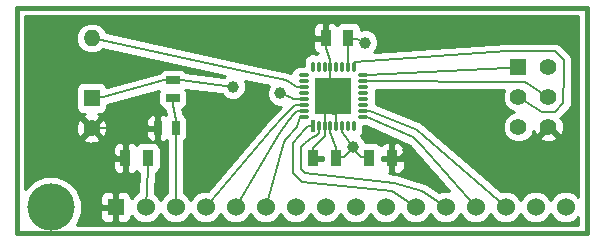
<source format=gtl>
G04 (created by PCBNEW-RS274X (2010-02-09)-RC2) date 22/07/2010 15:29:41*
G01*
G70*
G90*
%MOIN*%
G04 Gerber Fmt 3.4, Leading zero omitted, Abs format*
%FSLAX34Y34*%
G04 APERTURE LIST*
%ADD10C,0.001000*%
%ADD11C,0.015000*%
%ADD12R,0.055000X0.055000*%
%ADD13C,0.055000*%
%ADD14R,0.011800X0.039400*%
%ADD15O,0.011800X0.039400*%
%ADD16O,0.039400X0.011800*%
%ADD17R,0.122000X0.122000*%
%ADD18O,0.055000X0.055000*%
%ADD19R,0.025000X0.045000*%
%ADD20R,0.045000X0.025000*%
%ADD21R,0.035000X0.055000*%
%ADD22C,0.060000*%
%ADD23C,0.157500*%
%ADD24C,0.039400*%
%ADD25C,0.035000*%
%ADD26C,0.008000*%
%ADD27C,0.010000*%
G04 APERTURE END LIST*
G54D10*
G54D11*
X67000Y-26000D02*
X67000Y-33500D01*
X86000Y-26000D02*
X67000Y-26000D01*
X86000Y-33500D02*
X86000Y-26000D01*
X67000Y-33500D02*
X86000Y-33500D01*
G54D12*
X83728Y-27955D03*
G54D13*
X84728Y-27955D03*
X83728Y-28955D03*
X84728Y-28955D03*
X83728Y-29955D03*
X84728Y-29955D03*
G54D12*
X69500Y-29000D03*
G54D13*
X69500Y-30000D03*
G54D14*
X76870Y-29921D03*
G54D15*
X77067Y-29921D03*
X77264Y-29921D03*
X77461Y-29921D03*
X77658Y-29921D03*
X77854Y-29921D03*
X78051Y-29921D03*
X78248Y-29921D03*
G54D16*
X78543Y-29625D03*
X78543Y-29428D03*
X78544Y-29233D03*
X78544Y-29036D03*
X78544Y-28839D03*
X78544Y-28642D03*
X78544Y-28445D03*
X78544Y-28249D03*
G54D15*
X78248Y-27953D03*
X78051Y-27953D03*
X77854Y-27953D03*
X77657Y-27952D03*
X77460Y-27953D03*
X77263Y-27953D03*
X77066Y-27953D03*
X76869Y-27953D03*
G54D16*
X76574Y-28248D03*
X76575Y-28445D03*
X76574Y-28642D03*
X76575Y-28839D03*
X76574Y-29036D03*
X76574Y-29233D03*
X76575Y-29429D03*
X76575Y-29626D03*
G54D17*
X77559Y-28937D03*
G54D18*
X69500Y-27000D03*
G54D19*
X72300Y-30000D03*
X71700Y-30000D03*
G54D20*
X72200Y-28411D03*
X72200Y-29011D03*
G54D21*
X77639Y-31004D03*
X76889Y-31004D03*
X78759Y-31004D03*
X79509Y-31004D03*
X78058Y-27000D03*
X77308Y-27000D03*
X71375Y-31000D03*
X70625Y-31000D03*
G54D12*
X70296Y-32634D03*
G54D22*
X71296Y-32634D03*
X72296Y-32634D03*
X73296Y-32634D03*
X74296Y-32634D03*
X75296Y-32634D03*
X76296Y-32634D03*
X77296Y-32634D03*
X78296Y-32634D03*
X79296Y-32634D03*
X80296Y-32634D03*
X81296Y-32634D03*
X82296Y-32634D03*
X83296Y-32634D03*
X84296Y-32634D03*
X85296Y-32634D03*
G54D23*
X68130Y-32634D03*
G54D24*
X75795Y-28839D03*
G54D25*
X85200Y-26700D03*
X82000Y-30200D03*
X79300Y-29000D03*
X73000Y-29400D03*
X67900Y-31000D03*
X67800Y-26800D03*
X73100Y-31500D03*
X74900Y-29500D03*
G54D24*
X80031Y-30748D03*
X75185Y-27780D03*
X78197Y-30634D03*
X74209Y-28630D03*
X78610Y-27157D03*
G54D26*
X78544Y-28249D02*
X78682Y-28249D01*
X83493Y-27994D02*
X83728Y-27955D01*
X83453Y-27994D02*
X83493Y-27994D01*
X78682Y-28249D02*
X83355Y-27994D01*
X83355Y-27994D02*
X83453Y-27994D01*
X83935Y-28456D02*
X84728Y-28955D01*
X78682Y-28445D02*
X78764Y-28445D01*
X78764Y-28445D02*
X83359Y-28455D01*
X83359Y-28455D02*
X83934Y-28455D01*
X83934Y-28455D02*
X83935Y-28456D01*
X78544Y-28445D02*
X78682Y-28445D01*
X76436Y-29036D02*
X76574Y-29036D01*
X76216Y-29018D02*
X76355Y-29036D01*
X76188Y-29006D02*
X76216Y-29018D01*
X75795Y-28839D02*
X76188Y-29006D01*
X76355Y-29036D02*
X76436Y-29036D01*
X83355Y-27444D02*
X83551Y-27444D01*
X78248Y-27815D02*
X83355Y-27444D01*
X78248Y-27953D02*
X78248Y-27815D01*
X84936Y-27444D02*
X84942Y-27446D01*
X84942Y-27446D02*
X85237Y-27741D01*
X85237Y-27741D02*
X85239Y-27747D01*
X85239Y-27747D02*
X85239Y-28164D01*
X85239Y-28164D02*
X85228Y-29162D01*
X85228Y-29162D02*
X85227Y-29163D01*
X85227Y-29163D02*
X84935Y-29455D01*
X84934Y-29455D02*
X84521Y-29455D01*
X84521Y-29455D02*
X84520Y-29455D01*
X84520Y-29455D02*
X83728Y-28955D01*
X83551Y-27444D02*
X84936Y-27444D01*
X84935Y-29455D02*
X84934Y-29455D01*
X70625Y-31235D02*
X70625Y-31000D01*
X70625Y-31275D02*
X70625Y-31235D01*
X70625Y-31347D02*
X70625Y-31275D01*
X70334Y-32261D02*
X70625Y-31347D01*
X70334Y-32359D02*
X70334Y-32261D01*
X70334Y-32399D02*
X70334Y-32359D01*
X70296Y-32634D02*
X70334Y-32399D01*
X77264Y-29507D02*
X77559Y-28937D01*
X77264Y-29547D02*
X77264Y-29507D01*
X77264Y-29783D02*
X77264Y-29547D01*
X77264Y-29921D02*
X77264Y-29783D01*
X76889Y-30769D02*
X76889Y-31004D01*
X76889Y-30729D02*
X76889Y-30769D01*
X76889Y-30656D02*
X76889Y-30729D01*
X76991Y-30554D02*
X76889Y-30656D01*
X76992Y-30554D02*
X76991Y-30554D01*
X77034Y-30513D02*
X76992Y-30554D01*
X77265Y-30282D02*
X77034Y-30513D01*
X77264Y-30059D02*
X77265Y-30282D01*
X77264Y-29921D02*
X77264Y-30059D01*
X77460Y-28367D02*
X77559Y-28937D01*
X77460Y-28327D02*
X77460Y-28367D01*
X77460Y-28091D02*
X77460Y-28327D01*
X77460Y-27953D02*
X77460Y-28091D01*
X77658Y-29783D02*
X77658Y-29921D01*
X77658Y-29547D02*
X77658Y-29783D01*
X77658Y-29507D02*
X77658Y-29547D01*
X77559Y-28937D02*
X77658Y-29507D01*
X71575Y-30000D02*
X69500Y-30000D01*
X71615Y-30000D02*
X71575Y-30000D01*
X71700Y-30000D02*
X71615Y-30000D01*
X79782Y-30966D02*
X80031Y-30748D01*
X79684Y-30966D02*
X79782Y-30966D01*
X79644Y-30966D02*
X79684Y-30966D01*
X79509Y-31004D02*
X79644Y-30966D01*
X77460Y-27815D02*
X77460Y-27953D01*
X77460Y-27733D02*
X77460Y-27815D01*
X77308Y-27347D02*
X77460Y-27733D01*
X77308Y-27275D02*
X77308Y-27347D01*
X77308Y-27235D02*
X77308Y-27275D01*
X77308Y-27000D02*
X77308Y-27235D01*
X77034Y-27038D02*
X75185Y-27780D01*
X77133Y-27038D02*
X77034Y-27038D01*
X77173Y-27038D02*
X77133Y-27038D01*
X77308Y-27000D02*
X77173Y-27038D01*
X70213Y-30823D02*
X69500Y-30000D01*
X70352Y-30962D02*
X70213Y-30823D01*
X70450Y-30962D02*
X70352Y-30962D01*
X70490Y-30962D02*
X70450Y-30962D01*
X70625Y-31000D02*
X70490Y-30962D01*
X80525Y-32103D02*
X81296Y-32634D01*
X80510Y-32097D02*
X80525Y-32103D01*
X79565Y-31820D02*
X80510Y-32097D01*
X76616Y-31516D02*
X79565Y-31820D01*
X76477Y-31377D02*
X76616Y-31516D01*
X76477Y-31181D02*
X76477Y-31377D01*
X76477Y-30631D02*
X76477Y-31181D01*
X76616Y-30492D02*
X76477Y-30631D01*
X76890Y-30308D02*
X76616Y-30492D01*
X76890Y-30308D02*
X76890Y-30308D01*
X76986Y-30256D02*
X76890Y-30308D01*
X77067Y-30175D02*
X76986Y-30256D01*
X77067Y-30059D02*
X77067Y-30175D01*
X77067Y-29921D02*
X77067Y-30059D01*
X69500Y-27000D02*
X75005Y-28213D01*
X76436Y-28642D02*
X76574Y-28642D01*
X76355Y-28642D02*
X76436Y-28642D01*
X75975Y-28405D02*
X76355Y-28642D01*
X75005Y-28213D02*
X75975Y-28405D01*
X79525Y-32103D02*
X80296Y-32634D01*
X79510Y-32097D02*
X79525Y-32103D01*
X76505Y-31793D02*
X79510Y-32097D01*
X76498Y-31790D02*
X76505Y-31793D01*
X76203Y-31494D02*
X76498Y-31790D01*
X76200Y-31488D02*
X76203Y-31494D01*
X76200Y-31070D02*
X76200Y-31488D01*
X76200Y-30520D02*
X76200Y-31070D01*
X76203Y-30513D02*
X76200Y-30520D01*
X76614Y-30036D02*
X76203Y-30513D01*
X76729Y-29921D02*
X76614Y-30036D01*
X76811Y-29921D02*
X76729Y-29921D01*
X76851Y-29921D02*
X76811Y-29921D01*
X76870Y-29921D02*
X76851Y-29921D01*
X76436Y-29233D02*
X76274Y-29233D01*
X76574Y-29233D02*
X76436Y-29233D01*
X75499Y-30043D02*
X73296Y-32634D01*
X75883Y-29624D02*
X75499Y-30043D01*
X76044Y-29463D02*
X75883Y-29624D01*
X76274Y-29233D02*
X76044Y-29463D01*
X75733Y-30200D02*
X74296Y-32634D01*
X76065Y-29746D02*
X75733Y-30200D01*
X76240Y-29544D02*
X76065Y-29746D01*
X76355Y-29429D02*
X76240Y-29544D01*
X76437Y-29429D02*
X76355Y-29429D01*
X76575Y-29429D02*
X76437Y-29429D01*
X75968Y-30357D02*
X75923Y-30465D01*
X76341Y-29983D02*
X75968Y-30357D01*
X76437Y-29626D02*
X76341Y-29983D01*
X76575Y-29626D02*
X76437Y-29626D01*
X75923Y-30465D02*
X75296Y-32634D01*
X78543Y-29625D02*
X78681Y-29625D01*
X80465Y-30568D02*
X82296Y-32634D01*
X80211Y-30314D02*
X80465Y-30568D01*
X78681Y-29625D02*
X80211Y-30314D01*
X80280Y-30037D02*
X80358Y-30070D01*
X78763Y-29428D02*
X80280Y-30037D01*
X78681Y-29428D02*
X78763Y-29428D01*
X78543Y-29428D02*
X78681Y-29428D01*
X80358Y-30070D02*
X83296Y-32634D01*
X72300Y-30277D02*
X72296Y-32634D01*
X72300Y-30225D02*
X72300Y-30277D01*
X72300Y-30185D02*
X72300Y-30225D01*
X72300Y-30000D02*
X72300Y-30185D01*
X72300Y-29815D02*
X72300Y-30000D01*
X72300Y-29775D02*
X72300Y-29815D01*
X72300Y-29723D02*
X72300Y-29775D01*
X72200Y-29229D02*
X72300Y-29723D01*
X72200Y-29136D02*
X72200Y-29229D01*
X72200Y-29096D02*
X72200Y-29136D01*
X72200Y-29011D02*
X72200Y-29096D01*
X77854Y-30141D02*
X78197Y-30634D01*
X77854Y-30059D02*
X77854Y-30141D01*
X77854Y-29921D02*
X77854Y-30059D01*
X78058Y-27235D02*
X78058Y-27000D01*
X78058Y-27275D02*
X78058Y-27235D01*
X78058Y-27347D02*
X78058Y-27275D01*
X78051Y-27733D02*
X78058Y-27347D01*
X78051Y-27815D02*
X78051Y-27733D01*
X78051Y-27953D02*
X78051Y-27815D01*
X69735Y-28962D02*
X69500Y-29000D01*
X69775Y-28962D02*
X69735Y-28962D01*
X69873Y-28962D02*
X69775Y-28962D01*
X71924Y-28411D02*
X69873Y-28962D01*
X71975Y-28411D02*
X71924Y-28411D01*
X72015Y-28411D02*
X71975Y-28411D01*
X72200Y-28411D02*
X72015Y-28411D01*
X72477Y-28411D02*
X74209Y-28630D01*
X72425Y-28411D02*
X72477Y-28411D01*
X72385Y-28411D02*
X72425Y-28411D01*
X72200Y-28411D02*
X72385Y-28411D01*
X77461Y-30059D02*
X77461Y-29921D01*
X77461Y-30141D02*
X77461Y-30059D01*
X77639Y-30656D02*
X77461Y-30141D01*
X77639Y-30729D02*
X77639Y-30656D01*
X77639Y-30769D02*
X77639Y-30729D01*
X77639Y-31004D02*
X77639Y-30769D01*
X78347Y-30827D02*
X78197Y-30634D01*
X78486Y-30966D02*
X78347Y-30827D01*
X78584Y-30966D02*
X78486Y-30966D01*
X78624Y-30966D02*
X78584Y-30966D01*
X78759Y-31004D02*
X78624Y-30966D01*
X78331Y-27038D02*
X78610Y-27157D01*
X78233Y-27038D02*
X78331Y-27038D01*
X78193Y-27038D02*
X78233Y-27038D01*
X78058Y-27000D02*
X78193Y-27038D01*
X71375Y-31347D02*
X71296Y-32634D01*
X71375Y-31275D02*
X71375Y-31347D01*
X71375Y-31235D02*
X71375Y-31275D01*
X71375Y-31000D02*
X71375Y-31235D01*
X77774Y-30966D02*
X77639Y-31004D01*
X77814Y-30966D02*
X77774Y-30966D01*
X77912Y-30966D02*
X77814Y-30966D01*
X78051Y-30827D02*
X77912Y-30966D01*
X78197Y-30634D02*
X78051Y-30827D01*
G54D27*
X67275Y-26275D02*
X85725Y-26275D01*
X67275Y-26355D02*
X85725Y-26355D01*
X67275Y-26435D02*
X85725Y-26435D01*
X67275Y-26515D02*
X69316Y-26515D01*
X69685Y-26515D02*
X76991Y-26515D01*
X77236Y-26515D02*
X77380Y-26515D01*
X77625Y-26515D02*
X77741Y-26515D01*
X78375Y-26515D02*
X85725Y-26515D01*
X67275Y-26595D02*
X69167Y-26595D01*
X69833Y-26595D02*
X76918Y-26595D01*
X77258Y-26595D02*
X77358Y-26595D01*
X78449Y-26595D02*
X85725Y-26595D01*
X67275Y-26675D02*
X69087Y-26675D01*
X69913Y-26675D02*
X76884Y-26675D01*
X77258Y-26675D02*
X77358Y-26675D01*
X78482Y-26675D02*
X85725Y-26675D01*
X67275Y-26755D02*
X69035Y-26755D01*
X69967Y-26755D02*
X76884Y-26755D01*
X77258Y-26755D02*
X77358Y-26755D01*
X78806Y-26755D02*
X85725Y-26755D01*
X67275Y-26835D02*
X69001Y-26835D01*
X70103Y-26835D02*
X76884Y-26835D01*
X77258Y-26835D02*
X77358Y-26835D01*
X78919Y-26835D02*
X85725Y-26835D01*
X67275Y-26915D02*
X68975Y-26915D01*
X70467Y-26915D02*
X76910Y-26915D01*
X77258Y-26915D02*
X77358Y-26915D01*
X78993Y-26915D02*
X85725Y-26915D01*
X67275Y-26995D02*
X68975Y-26995D01*
X70831Y-26995D02*
X77358Y-26995D01*
X79026Y-26995D02*
X85725Y-26995D01*
X67275Y-27075D02*
X68975Y-27075D01*
X71194Y-27075D02*
X76920Y-27075D01*
X79056Y-27075D02*
X85725Y-27075D01*
X67275Y-27155D02*
X68996Y-27155D01*
X71558Y-27155D02*
X76883Y-27155D01*
X79056Y-27155D02*
X83279Y-27155D01*
X84942Y-27155D02*
X85725Y-27155D01*
X67275Y-27235D02*
X69029Y-27235D01*
X71922Y-27235D02*
X76884Y-27235D01*
X79056Y-27235D02*
X82186Y-27235D01*
X85138Y-27235D02*
X85725Y-27235D01*
X67275Y-27315D02*
X69077Y-27315D01*
X72286Y-27315D02*
X76884Y-27315D01*
X79027Y-27315D02*
X81094Y-27315D01*
X85221Y-27315D02*
X85725Y-27315D01*
X67275Y-27395D02*
X69157Y-27395D01*
X69842Y-27395D02*
X69947Y-27395D01*
X72649Y-27395D02*
X76913Y-27395D01*
X78994Y-27395D02*
X80001Y-27395D01*
X85301Y-27395D02*
X85725Y-27395D01*
X67275Y-27475D02*
X69291Y-27475D01*
X69708Y-27475D02*
X70311Y-27475D01*
X73013Y-27475D02*
X76981Y-27475D01*
X85381Y-27475D02*
X85725Y-27475D01*
X67275Y-27555D02*
X70675Y-27555D01*
X73377Y-27555D02*
X76693Y-27555D01*
X85459Y-27555D02*
X85725Y-27555D01*
X67275Y-27635D02*
X71038Y-27635D01*
X73741Y-27635D02*
X76612Y-27635D01*
X85506Y-27635D02*
X85725Y-27635D01*
X67275Y-27715D02*
X71402Y-27715D01*
X74105Y-27715D02*
X76579Y-27715D01*
X85523Y-27715D02*
X85725Y-27715D01*
X67275Y-27795D02*
X71766Y-27795D01*
X74468Y-27795D02*
X76566Y-27795D01*
X85529Y-27795D02*
X85725Y-27795D01*
X67275Y-27875D02*
X72130Y-27875D01*
X74832Y-27875D02*
X76566Y-27875D01*
X85529Y-27875D02*
X85725Y-27875D01*
X67275Y-27955D02*
X72494Y-27955D01*
X75193Y-27955D02*
X76344Y-27955D01*
X85529Y-27955D02*
X85725Y-27955D01*
X67275Y-28035D02*
X72858Y-28035D01*
X75600Y-28035D02*
X76213Y-28035D01*
X85529Y-28035D02*
X85725Y-28035D01*
X67275Y-28115D02*
X71794Y-28115D01*
X72606Y-28115D02*
X73221Y-28115D01*
X76006Y-28115D02*
X76155Y-28115D01*
X85529Y-28115D02*
X85725Y-28115D01*
X67275Y-28195D02*
X71614Y-28195D01*
X73087Y-28195D02*
X73585Y-28195D01*
X85526Y-28195D02*
X85725Y-28195D01*
X67275Y-28275D02*
X71315Y-28275D01*
X73720Y-28275D02*
X73933Y-28275D01*
X85526Y-28275D02*
X85725Y-28275D01*
X67275Y-28355D02*
X71016Y-28355D01*
X85525Y-28355D02*
X85725Y-28355D01*
X67275Y-28435D02*
X70717Y-28435D01*
X85524Y-28435D02*
X85725Y-28435D01*
X67275Y-28515D02*
X69083Y-28515D01*
X69917Y-28515D02*
X70418Y-28515D01*
X85523Y-28515D02*
X85725Y-28515D01*
X67275Y-28595D02*
X69010Y-28595D01*
X69991Y-28595D02*
X70119Y-28595D01*
X85523Y-28595D02*
X85725Y-28595D01*
X67275Y-28675D02*
X68976Y-28675D01*
X85522Y-28675D02*
X85725Y-28675D01*
X67275Y-28755D02*
X68976Y-28755D01*
X78984Y-28755D02*
X83242Y-28755D01*
X85521Y-28755D02*
X85725Y-28755D01*
X67275Y-28835D02*
X68976Y-28835D01*
X71466Y-28835D02*
X71727Y-28835D01*
X78993Y-28835D02*
X83210Y-28835D01*
X85520Y-28835D02*
X85725Y-28835D01*
X67275Y-28915D02*
X68976Y-28915D01*
X71167Y-28915D02*
X71726Y-28915D01*
X78986Y-28915D02*
X83203Y-28915D01*
X85520Y-28915D02*
X85725Y-28915D01*
X67275Y-28995D02*
X68976Y-28995D01*
X70868Y-28995D02*
X71726Y-28995D01*
X78993Y-28995D02*
X83203Y-28995D01*
X85519Y-28995D02*
X85725Y-28995D01*
X67275Y-29075D02*
X68976Y-29075D01*
X70569Y-29075D02*
X71726Y-29075D01*
X78993Y-29075D02*
X83209Y-29075D01*
X85518Y-29075D02*
X85725Y-29075D01*
X67275Y-29155D02*
X68976Y-29155D01*
X70270Y-29155D02*
X71726Y-29155D01*
X78986Y-29155D02*
X83242Y-29155D01*
X85518Y-29155D02*
X85725Y-29155D01*
X67275Y-29235D02*
X68976Y-29235D01*
X70024Y-29235D02*
X71746Y-29235D01*
X79061Y-29235D02*
X83275Y-29235D01*
X85503Y-29235D02*
X85725Y-29235D01*
X67275Y-29315D02*
X68976Y-29315D01*
X70024Y-29315D02*
X71802Y-29315D01*
X79260Y-29315D02*
X83345Y-29315D01*
X85467Y-29315D02*
X85725Y-29315D01*
X67275Y-29395D02*
X69005Y-29395D01*
X69994Y-29395D02*
X71937Y-29395D01*
X79459Y-29395D02*
X83425Y-29395D01*
X85405Y-29395D02*
X85725Y-29395D01*
X67275Y-29475D02*
X69073Y-29475D01*
X69927Y-29475D02*
X71953Y-29475D01*
X79658Y-29475D02*
X83515Y-29475D01*
X85325Y-29475D02*
X85725Y-29475D01*
X67275Y-29555D02*
X69232Y-29555D01*
X69769Y-29555D02*
X71456Y-29555D01*
X71618Y-29555D02*
X71782Y-29555D01*
X71945Y-29555D02*
X71969Y-29555D01*
X79857Y-29555D02*
X83386Y-29555D01*
X85245Y-29555D02*
X85725Y-29555D01*
X67275Y-29635D02*
X69212Y-29635D01*
X69789Y-29635D02*
X71364Y-29635D01*
X71650Y-29635D02*
X71750Y-29635D01*
X80056Y-29635D02*
X83306Y-29635D01*
X85165Y-29635D02*
X85725Y-29635D01*
X67275Y-29715D02*
X69120Y-29715D01*
X69144Y-29715D02*
X69286Y-29715D01*
X69714Y-29715D02*
X69856Y-29715D01*
X69881Y-29715D02*
X71331Y-29715D01*
X71650Y-29715D02*
X71750Y-29715D01*
X80256Y-29715D02*
X83259Y-29715D01*
X85192Y-29715D02*
X85725Y-29715D01*
X67275Y-29795D02*
X69027Y-29795D01*
X69224Y-29795D02*
X69366Y-29795D01*
X69634Y-29795D02*
X69776Y-29795D01*
X69978Y-29795D02*
X71326Y-29795D01*
X71650Y-29795D02*
X71750Y-29795D01*
X80452Y-29795D02*
X83226Y-29795D01*
X85224Y-29795D02*
X85725Y-29795D01*
X67275Y-29875D02*
X68999Y-29875D01*
X69304Y-29875D02*
X69446Y-29875D01*
X69554Y-29875D02*
X69696Y-29875D01*
X70009Y-29875D02*
X71326Y-29875D01*
X71650Y-29875D02*
X71750Y-29875D01*
X80577Y-29875D02*
X83203Y-29875D01*
X85239Y-29875D02*
X85725Y-29875D01*
X67275Y-29955D02*
X68982Y-29955D01*
X69384Y-29955D02*
X69616Y-29955D01*
X70013Y-29955D02*
X71750Y-29955D01*
X80669Y-29955D02*
X83203Y-29955D01*
X84657Y-29955D02*
X84799Y-29955D01*
X85244Y-29955D02*
X85725Y-29955D01*
X67275Y-30035D02*
X68986Y-30035D01*
X69394Y-30035D02*
X69606Y-30035D01*
X70017Y-30035D02*
X71750Y-30035D01*
X80760Y-30035D02*
X83203Y-30035D01*
X84577Y-30035D02*
X84719Y-30035D01*
X84737Y-30035D02*
X84879Y-30035D01*
X85244Y-30035D02*
X85725Y-30035D01*
X67275Y-30115D02*
X68991Y-30115D01*
X69314Y-30115D02*
X69456Y-30115D01*
X69544Y-30115D02*
X69686Y-30115D01*
X70004Y-30115D02*
X71325Y-30115D01*
X71650Y-30115D02*
X71750Y-30115D01*
X80852Y-30115D02*
X83226Y-30115D01*
X84229Y-30115D02*
X84232Y-30115D01*
X84497Y-30115D02*
X84639Y-30115D01*
X84817Y-30115D02*
X84959Y-30115D01*
X85217Y-30115D02*
X85725Y-30115D01*
X67275Y-30195D02*
X69018Y-30195D01*
X69234Y-30195D02*
X69376Y-30195D01*
X69624Y-30195D02*
X69766Y-30195D01*
X69976Y-30195D02*
X71326Y-30195D01*
X71650Y-30195D02*
X71750Y-30195D01*
X80944Y-30195D02*
X83259Y-30195D01*
X84196Y-30195D02*
X84264Y-30195D01*
X84417Y-30195D02*
X84559Y-30195D01*
X84897Y-30195D02*
X85039Y-30195D01*
X85189Y-30195D02*
X85725Y-30195D01*
X67275Y-30275D02*
X69079Y-30275D01*
X69154Y-30275D02*
X69296Y-30275D01*
X69704Y-30275D02*
X69846Y-30275D01*
X69920Y-30275D02*
X71326Y-30275D01*
X71650Y-30275D02*
X71750Y-30275D01*
X81035Y-30275D02*
X83305Y-30275D01*
X84150Y-30275D02*
X84479Y-30275D01*
X84977Y-30275D02*
X85725Y-30275D01*
X67275Y-30355D02*
X69216Y-30355D01*
X69784Y-30355D02*
X71359Y-30355D01*
X71650Y-30355D02*
X71750Y-30355D01*
X81127Y-30355D02*
X83385Y-30355D01*
X84070Y-30355D02*
X84447Y-30355D01*
X85008Y-30355D02*
X85725Y-30355D01*
X67275Y-30435D02*
X69228Y-30435D01*
X69771Y-30435D02*
X71433Y-30435D01*
X71628Y-30435D02*
X71772Y-30435D01*
X71966Y-30435D02*
X72009Y-30435D01*
X81219Y-30435D02*
X83514Y-30435D01*
X83940Y-30435D02*
X84541Y-30435D01*
X84926Y-30435D02*
X85725Y-30435D01*
X67275Y-30515D02*
X69414Y-30515D01*
X69500Y-30515D02*
X70308Y-30515D01*
X70553Y-30515D02*
X70697Y-30515D01*
X70942Y-30515D02*
X71058Y-30515D01*
X71692Y-30515D02*
X72009Y-30515D01*
X81310Y-30515D02*
X85725Y-30515D01*
X67275Y-30595D02*
X70235Y-30595D01*
X70575Y-30595D02*
X70675Y-30595D01*
X71766Y-30595D02*
X72009Y-30595D01*
X81402Y-30595D02*
X85725Y-30595D01*
X67275Y-30675D02*
X70201Y-30675D01*
X70575Y-30675D02*
X70675Y-30675D01*
X71799Y-30675D02*
X72009Y-30675D01*
X81494Y-30675D02*
X85725Y-30675D01*
X67275Y-30755D02*
X70201Y-30755D01*
X70575Y-30755D02*
X70675Y-30755D01*
X71799Y-30755D02*
X72009Y-30755D01*
X81585Y-30755D02*
X85725Y-30755D01*
X67275Y-30835D02*
X70201Y-30835D01*
X70575Y-30835D02*
X70675Y-30835D01*
X71799Y-30835D02*
X72009Y-30835D01*
X81677Y-30835D02*
X85725Y-30835D01*
X67275Y-30915D02*
X70227Y-30915D01*
X70575Y-30915D02*
X70675Y-30915D01*
X71799Y-30915D02*
X72009Y-30915D01*
X81769Y-30915D02*
X85725Y-30915D01*
X67275Y-30995D02*
X70675Y-30995D01*
X71799Y-30995D02*
X72008Y-30995D01*
X81860Y-30995D02*
X85725Y-30995D01*
X67275Y-31075D02*
X70237Y-31075D01*
X70575Y-31075D02*
X70675Y-31075D01*
X71799Y-31075D02*
X72008Y-31075D01*
X81952Y-31075D02*
X85725Y-31075D01*
X67275Y-31155D02*
X70200Y-31155D01*
X70575Y-31155D02*
X70675Y-31155D01*
X71799Y-31155D02*
X72008Y-31155D01*
X82044Y-31155D02*
X85725Y-31155D01*
X67275Y-31235D02*
X70201Y-31235D01*
X70575Y-31235D02*
X70675Y-31235D01*
X71799Y-31235D02*
X72008Y-31235D01*
X82135Y-31235D02*
X85725Y-31235D01*
X67275Y-31315D02*
X70201Y-31315D01*
X70575Y-31315D02*
X70675Y-31315D01*
X71799Y-31315D02*
X72008Y-31315D01*
X82227Y-31315D02*
X85725Y-31315D01*
X67275Y-31395D02*
X70230Y-31395D01*
X70575Y-31395D02*
X70675Y-31395D01*
X71769Y-31395D02*
X72008Y-31395D01*
X82319Y-31395D02*
X85725Y-31395D01*
X67275Y-31475D02*
X70298Y-31475D01*
X70563Y-31475D02*
X70687Y-31475D01*
X70951Y-31475D02*
X71048Y-31475D01*
X71702Y-31475D02*
X72008Y-31475D01*
X82410Y-31475D02*
X85725Y-31475D01*
X67275Y-31555D02*
X71072Y-31555D01*
X71651Y-31555D02*
X72008Y-31555D01*
X82502Y-31555D02*
X85725Y-31555D01*
X67275Y-31635D02*
X67833Y-31635D01*
X68429Y-31635D02*
X71067Y-31635D01*
X71646Y-31635D02*
X72007Y-31635D01*
X82594Y-31635D02*
X85725Y-31635D01*
X67275Y-31715D02*
X67639Y-31715D01*
X68620Y-31715D02*
X71062Y-31715D01*
X71641Y-31715D02*
X72007Y-31715D01*
X82685Y-31715D02*
X85725Y-31715D01*
X67275Y-31795D02*
X67503Y-31795D01*
X68757Y-31795D02*
X71057Y-31795D01*
X71637Y-31795D02*
X72007Y-31795D01*
X82777Y-31795D02*
X85725Y-31795D01*
X67275Y-31875D02*
X67423Y-31875D01*
X68837Y-31875D02*
X71052Y-31875D01*
X71632Y-31875D02*
X72007Y-31875D01*
X82869Y-31875D02*
X85725Y-31875D01*
X67275Y-31955D02*
X67343Y-31955D01*
X68917Y-31955D02*
X71047Y-31955D01*
X71627Y-31955D02*
X72007Y-31955D01*
X82960Y-31955D02*
X85725Y-31955D01*
X68997Y-32035D02*
X71042Y-32035D01*
X71622Y-32035D02*
X72007Y-32035D01*
X83052Y-32035D02*
X85725Y-32035D01*
X69038Y-32115D02*
X69960Y-32115D01*
X70190Y-32115D02*
X70402Y-32115D01*
X70633Y-32115D02*
X71038Y-32115D01*
X71617Y-32115D02*
X72007Y-32115D01*
X83478Y-32115D02*
X84115Y-32115D01*
X84478Y-32115D02*
X85115Y-32115D01*
X85478Y-32115D02*
X85725Y-32115D01*
X69071Y-32195D02*
X69833Y-32195D01*
X70246Y-32195D02*
X70346Y-32195D01*
X70759Y-32195D02*
X70959Y-32195D01*
X71633Y-32195D02*
X71959Y-32195D01*
X83633Y-32195D02*
X83959Y-32195D01*
X84634Y-32195D02*
X84959Y-32195D01*
X85633Y-32195D02*
X85725Y-32195D01*
X69104Y-32275D02*
X69787Y-32275D01*
X70246Y-32275D02*
X70346Y-32275D01*
X70806Y-32275D02*
X70879Y-32275D01*
X71713Y-32275D02*
X71879Y-32275D01*
X83713Y-32275D02*
X83879Y-32275D01*
X84714Y-32275D02*
X84879Y-32275D01*
X85713Y-32275D02*
X85725Y-32275D01*
X69137Y-32355D02*
X69772Y-32355D01*
X70246Y-32355D02*
X70346Y-32355D01*
X71775Y-32355D02*
X71818Y-32355D01*
X83775Y-32355D02*
X83818Y-32355D01*
X84775Y-32355D02*
X84818Y-32355D01*
X69167Y-32435D02*
X69772Y-32435D01*
X70246Y-32435D02*
X70346Y-32435D01*
X69167Y-32515D02*
X69772Y-32515D01*
X70246Y-32515D02*
X70346Y-32515D01*
X69167Y-32595D02*
X70346Y-32595D01*
X69167Y-32675D02*
X70346Y-32675D01*
X69167Y-32755D02*
X69771Y-32755D01*
X70246Y-32755D02*
X70346Y-32755D01*
X69167Y-32835D02*
X69771Y-32835D01*
X70246Y-32835D02*
X70346Y-32835D01*
X69136Y-32915D02*
X69772Y-32915D01*
X70246Y-32915D02*
X70346Y-32915D01*
X71773Y-32915D02*
X71818Y-32915D01*
X72773Y-32915D02*
X72818Y-32915D01*
X73773Y-32915D02*
X73818Y-32915D01*
X74773Y-32915D02*
X74818Y-32915D01*
X75773Y-32915D02*
X75818Y-32915D01*
X76773Y-32915D02*
X76818Y-32915D01*
X77773Y-32915D02*
X77818Y-32915D01*
X78773Y-32915D02*
X78818Y-32915D01*
X79773Y-32915D02*
X79818Y-32915D01*
X80773Y-32915D02*
X80818Y-32915D01*
X81773Y-32915D02*
X81818Y-32915D01*
X82773Y-32915D02*
X82818Y-32915D01*
X83773Y-32915D02*
X83818Y-32915D01*
X84773Y-32915D02*
X84818Y-32915D01*
X69102Y-32995D02*
X69787Y-32995D01*
X70246Y-32995D02*
X70346Y-32995D01*
X70804Y-32995D02*
X70881Y-32995D01*
X71711Y-32995D02*
X71881Y-32995D01*
X72711Y-32995D02*
X72881Y-32995D01*
X73711Y-32995D02*
X73881Y-32995D01*
X74711Y-32995D02*
X74881Y-32995D01*
X75711Y-32995D02*
X75881Y-32995D01*
X76711Y-32995D02*
X76881Y-32995D01*
X77711Y-32995D02*
X77881Y-32995D01*
X78711Y-32995D02*
X78881Y-32995D01*
X79711Y-32995D02*
X79881Y-32995D01*
X80711Y-32995D02*
X80881Y-32995D01*
X81711Y-32995D02*
X81881Y-32995D01*
X82711Y-32995D02*
X82881Y-32995D01*
X83711Y-32995D02*
X83881Y-32995D01*
X84711Y-32995D02*
X84881Y-32995D01*
X85711Y-32995D02*
X85725Y-32995D01*
X69069Y-33075D02*
X69835Y-33075D01*
X70246Y-33075D02*
X70346Y-33075D01*
X70757Y-33075D02*
X70961Y-33075D01*
X71631Y-33075D02*
X71961Y-33075D01*
X72631Y-33075D02*
X72961Y-33075D01*
X73631Y-33075D02*
X73961Y-33075D01*
X74631Y-33075D02*
X74961Y-33075D01*
X75631Y-33075D02*
X75961Y-33075D01*
X76631Y-33075D02*
X76961Y-33075D01*
X77631Y-33075D02*
X77961Y-33075D01*
X78631Y-33075D02*
X78961Y-33075D01*
X79631Y-33075D02*
X79961Y-33075D01*
X80631Y-33075D02*
X80961Y-33075D01*
X81631Y-33075D02*
X81961Y-33075D01*
X82631Y-33075D02*
X82961Y-33075D01*
X83631Y-33075D02*
X83961Y-33075D01*
X84631Y-33075D02*
X84961Y-33075D01*
X85631Y-33075D02*
X85725Y-33075D01*
X69035Y-33155D02*
X69964Y-33155D01*
X70188Y-33155D02*
X70404Y-33155D01*
X70627Y-33155D02*
X71119Y-33155D01*
X71472Y-33155D02*
X72119Y-33155D01*
X72472Y-33155D02*
X73119Y-33155D01*
X73472Y-33155D02*
X74119Y-33155D01*
X74472Y-33155D02*
X75119Y-33155D01*
X75472Y-33155D02*
X76119Y-33155D01*
X76472Y-33155D02*
X77119Y-33155D01*
X77472Y-33155D02*
X78119Y-33155D01*
X78472Y-33155D02*
X79119Y-33155D01*
X79472Y-33155D02*
X80119Y-33155D01*
X80472Y-33155D02*
X81119Y-33155D01*
X81472Y-33155D02*
X82119Y-33155D01*
X82472Y-33155D02*
X83119Y-33155D01*
X83472Y-33155D02*
X84119Y-33155D01*
X84472Y-33155D02*
X85119Y-33155D01*
X85472Y-33155D02*
X85725Y-33155D01*
X74604Y-28419D02*
X74604Y-28419D01*
X74638Y-28499D02*
X74959Y-28499D01*
X74655Y-28579D02*
X75364Y-28579D01*
X74655Y-28659D02*
X75387Y-28659D01*
X72630Y-28739D02*
X72762Y-28739D01*
X74646Y-28739D02*
X75354Y-28739D01*
X72667Y-28819D02*
X73397Y-28819D01*
X74613Y-28819D02*
X75349Y-28819D01*
X72674Y-28899D02*
X73847Y-28899D01*
X74570Y-28899D02*
X75349Y-28899D01*
X72674Y-28979D02*
X73927Y-28979D01*
X74490Y-28979D02*
X75370Y-28979D01*
X72674Y-29059D02*
X74079Y-29059D01*
X74338Y-29059D02*
X75403Y-29059D01*
X72674Y-29139D02*
X75464Y-29139D01*
X72660Y-29219D02*
X75546Y-29219D01*
X72614Y-29299D02*
X75798Y-29299D01*
X72527Y-29379D02*
X75718Y-29379D01*
X72543Y-29459D02*
X75641Y-29459D01*
X72559Y-29539D02*
X75568Y-29539D01*
X72621Y-29619D02*
X75494Y-29619D01*
X72663Y-29699D02*
X75421Y-29699D01*
X72674Y-29779D02*
X75348Y-29779D01*
X72674Y-29859D02*
X75277Y-29859D01*
X72674Y-29939D02*
X75209Y-29939D01*
X72674Y-30019D02*
X75141Y-30019D01*
X72674Y-30099D02*
X75073Y-30099D01*
X72674Y-30179D02*
X75004Y-30179D01*
X72674Y-30259D02*
X74936Y-30259D01*
X72647Y-30339D02*
X74868Y-30339D01*
X72588Y-30419D02*
X74800Y-30419D01*
X72588Y-30499D02*
X74732Y-30499D01*
X72588Y-30579D02*
X74664Y-30579D01*
X72588Y-30659D02*
X74596Y-30659D01*
X72588Y-30739D02*
X74528Y-30739D01*
X72588Y-30819D02*
X74460Y-30819D01*
X72588Y-30899D02*
X74392Y-30899D01*
X72588Y-30979D02*
X74324Y-30979D01*
X72587Y-31059D02*
X74256Y-31059D01*
X72587Y-31139D02*
X74188Y-31139D01*
X72587Y-31219D02*
X74119Y-31219D01*
X72587Y-31299D02*
X74051Y-31299D01*
X72587Y-31379D02*
X73983Y-31379D01*
X72587Y-31459D02*
X73915Y-31459D01*
X72587Y-31539D02*
X73847Y-31539D01*
X72586Y-31619D02*
X73779Y-31619D01*
X72586Y-31699D02*
X73711Y-31699D01*
X72586Y-31779D02*
X73643Y-31779D01*
X72586Y-31859D02*
X73575Y-31859D01*
X72586Y-31939D02*
X73507Y-31939D01*
X72586Y-32019D02*
X73439Y-32019D01*
X72586Y-32099D02*
X73154Y-32099D01*
X72617Y-32179D02*
X72975Y-32179D01*
X72697Y-32259D02*
X72895Y-32259D01*
X72768Y-32339D02*
X72825Y-32339D01*
X78551Y-29928D02*
X78646Y-29928D01*
X78551Y-30008D02*
X78824Y-30008D01*
X78551Y-30088D02*
X79002Y-30088D01*
X78534Y-30168D02*
X79180Y-30168D01*
X78495Y-30248D02*
X79359Y-30248D01*
X78522Y-30328D02*
X79537Y-30328D01*
X78586Y-30408D02*
X79715Y-30408D01*
X79004Y-30488D02*
X79266Y-30488D01*
X79406Y-30488D02*
X79612Y-30488D01*
X79753Y-30488D02*
X79893Y-30488D01*
X79126Y-30568D02*
X79143Y-30568D01*
X79459Y-30568D02*
X79559Y-30568D01*
X79875Y-30568D02*
X80055Y-30568D01*
X79459Y-30648D02*
X79559Y-30648D01*
X79921Y-30648D02*
X80135Y-30648D01*
X79459Y-30728D02*
X79559Y-30728D01*
X79933Y-30728D02*
X80215Y-30728D01*
X79459Y-30808D02*
X79559Y-30808D01*
X79934Y-30808D02*
X80290Y-30808D01*
X79459Y-30888D02*
X79559Y-30888D01*
X79934Y-30888D02*
X80361Y-30888D01*
X79183Y-30968D02*
X80431Y-30968D01*
X79183Y-31048D02*
X80502Y-31048D01*
X79459Y-31128D02*
X79559Y-31128D01*
X79933Y-31128D02*
X80573Y-31128D01*
X79459Y-31208D02*
X79559Y-31208D01*
X79933Y-31208D02*
X80644Y-31208D01*
X79459Y-31288D02*
X79559Y-31288D01*
X79933Y-31288D02*
X80715Y-31288D01*
X79459Y-31368D02*
X79559Y-31368D01*
X79916Y-31368D02*
X80785Y-31368D01*
X79459Y-31448D02*
X79559Y-31448D01*
X79867Y-31448D02*
X80856Y-31448D01*
X79556Y-31528D02*
X79620Y-31528D01*
X79733Y-31528D02*
X80927Y-31528D01*
X79872Y-31608D02*
X80998Y-31608D01*
X80146Y-31688D02*
X81068Y-31688D01*
X80420Y-31768D02*
X81139Y-31768D01*
X80654Y-31848D02*
X81210Y-31848D01*
X80783Y-31928D02*
X81281Y-31928D01*
X80899Y-32008D02*
X81352Y-32008D01*
X81016Y-32088D02*
X81180Y-32088D01*
X81413Y-32088D02*
X81422Y-32088D01*
X76839Y-30954D02*
X77215Y-30954D01*
X76839Y-31034D02*
X77215Y-31034D01*
X77509Y-28887D02*
X77609Y-28887D01*
X77509Y-28967D02*
X77609Y-28967D01*
X77509Y-29047D02*
X77609Y-29047D01*
X77509Y-29127D02*
X77609Y-29127D01*
X77509Y-29207D02*
X77609Y-29207D01*
X77509Y-29287D02*
X77609Y-29287D01*
X77509Y-29367D02*
X77609Y-29367D01*
X77509Y-29447D02*
X77609Y-29447D01*
X85725Y-33225D02*
X85725Y-32981D01*
X85607Y-33099D01*
X85405Y-33183D01*
X85187Y-33183D01*
X84985Y-33099D01*
X84831Y-32945D01*
X84796Y-32860D01*
X84761Y-32945D01*
X84607Y-33099D01*
X84405Y-33183D01*
X84187Y-33183D01*
X83985Y-33099D01*
X83831Y-32945D01*
X83796Y-32860D01*
X83761Y-32945D01*
X83607Y-33099D01*
X83405Y-33183D01*
X83187Y-33183D01*
X82985Y-33099D01*
X82831Y-32945D01*
X82796Y-32860D01*
X82761Y-32945D01*
X82607Y-33099D01*
X82405Y-33183D01*
X82187Y-33183D01*
X81985Y-33099D01*
X81831Y-32945D01*
X81796Y-32860D01*
X81761Y-32945D01*
X81607Y-33099D01*
X81405Y-33183D01*
X81187Y-33183D01*
X80985Y-33099D01*
X80831Y-32945D01*
X80796Y-32860D01*
X80761Y-32945D01*
X80607Y-33099D01*
X80405Y-33183D01*
X80187Y-33183D01*
X79985Y-33099D01*
X79831Y-32945D01*
X79795Y-32860D01*
X79761Y-32945D01*
X79607Y-33099D01*
X79405Y-33183D01*
X79187Y-33183D01*
X78985Y-33099D01*
X78831Y-32945D01*
X78795Y-32860D01*
X78761Y-32945D01*
X78607Y-33099D01*
X78405Y-33183D01*
X78187Y-33183D01*
X77985Y-33099D01*
X77831Y-32945D01*
X77796Y-32860D01*
X77761Y-32945D01*
X77607Y-33099D01*
X77405Y-33183D01*
X77187Y-33183D01*
X76985Y-33099D01*
X76831Y-32945D01*
X76796Y-32860D01*
X76761Y-32945D01*
X76607Y-33099D01*
X76405Y-33183D01*
X76187Y-33183D01*
X75985Y-33099D01*
X75831Y-32945D01*
X75796Y-32860D01*
X75761Y-32945D01*
X75607Y-33099D01*
X75405Y-33183D01*
X75187Y-33183D01*
X74985Y-33099D01*
X74831Y-32945D01*
X74796Y-32860D01*
X74761Y-32945D01*
X74607Y-33099D01*
X74405Y-33183D01*
X74187Y-33183D01*
X73985Y-33099D01*
X73831Y-32945D01*
X73796Y-32860D01*
X73761Y-32945D01*
X73607Y-33099D01*
X73405Y-33183D01*
X73187Y-33183D01*
X72985Y-33099D01*
X72831Y-32945D01*
X72796Y-32860D01*
X72761Y-32945D01*
X72607Y-33099D01*
X72405Y-33183D01*
X72187Y-33183D01*
X71985Y-33099D01*
X71831Y-32945D01*
X71796Y-32860D01*
X71761Y-32945D01*
X71607Y-33099D01*
X71405Y-33183D01*
X71187Y-33183D01*
X70985Y-33099D01*
X70831Y-32945D01*
X70820Y-32918D01*
X70820Y-32959D01*
X70782Y-33050D01*
X70712Y-33120D01*
X70620Y-33158D01*
X70408Y-33159D01*
X70346Y-33097D01*
X70346Y-32684D01*
X70346Y-32584D01*
X70346Y-32171D01*
X70408Y-32109D01*
X70513Y-32109D01*
X70513Y-31525D01*
X70401Y-31524D01*
X70309Y-31486D01*
X70239Y-31416D01*
X70201Y-31325D01*
X70201Y-31226D01*
X70200Y-31112D01*
X70262Y-31050D01*
X70262Y-30950D01*
X70200Y-30888D01*
X70201Y-30774D01*
X70201Y-30675D01*
X70239Y-30584D01*
X70309Y-30514D01*
X70401Y-30476D01*
X70513Y-30475D01*
X70575Y-30537D01*
X70575Y-30950D01*
X70262Y-30950D01*
X70262Y-31050D01*
X70575Y-31050D01*
X70575Y-31463D01*
X70513Y-31525D01*
X70513Y-32109D01*
X70620Y-32110D01*
X70712Y-32148D01*
X70782Y-32218D01*
X70820Y-32309D01*
X70820Y-32349D01*
X70831Y-32323D01*
X70985Y-32169D01*
X71035Y-32148D01*
X71075Y-31492D01*
X71059Y-31486D01*
X71000Y-31426D01*
X70941Y-31486D01*
X70849Y-31524D01*
X70737Y-31525D01*
X70675Y-31463D01*
X70675Y-31050D01*
X70675Y-30950D01*
X70675Y-30537D01*
X70737Y-30475D01*
X70849Y-30476D01*
X70941Y-30514D01*
X70999Y-30572D01*
X71059Y-30514D01*
X71151Y-30476D01*
X71588Y-30476D01*
X71588Y-30475D01*
X71526Y-30474D01*
X71434Y-30436D01*
X71364Y-30366D01*
X71326Y-30275D01*
X71326Y-30176D01*
X71325Y-30112D01*
X71387Y-30050D01*
X71387Y-29950D01*
X71325Y-29888D01*
X71326Y-29824D01*
X71326Y-29725D01*
X71364Y-29634D01*
X71434Y-29564D01*
X71526Y-29526D01*
X71588Y-29525D01*
X71650Y-29587D01*
X71650Y-29950D01*
X71387Y-29950D01*
X71387Y-30050D01*
X71650Y-30050D01*
X71650Y-30413D01*
X71588Y-30475D01*
X71588Y-30476D01*
X71600Y-30476D01*
X71691Y-30514D01*
X71761Y-30584D01*
X71799Y-30676D01*
X71799Y-31325D01*
X71761Y-31416D01*
X71691Y-31486D01*
X71655Y-31500D01*
X71614Y-32176D01*
X71761Y-32323D01*
X71796Y-32407D01*
X71831Y-32323D01*
X71985Y-32169D01*
X72006Y-32159D01*
X72009Y-30411D01*
X71999Y-30402D01*
X71966Y-30436D01*
X71874Y-30474D01*
X71812Y-30475D01*
X71750Y-30413D01*
X71750Y-30050D01*
X71750Y-29950D01*
X71750Y-29587D01*
X71812Y-29525D01*
X71874Y-29526D01*
X71966Y-29564D01*
X71973Y-29571D01*
X71935Y-29385D01*
X71925Y-29385D01*
X71834Y-29347D01*
X71764Y-29277D01*
X71726Y-29185D01*
X71726Y-28836D01*
X71758Y-28757D01*
X70024Y-29221D01*
X70024Y-29325D01*
X69986Y-29416D01*
X69916Y-29486D01*
X69824Y-29524D01*
X69697Y-29524D01*
X69767Y-29548D01*
X69790Y-29639D01*
X69500Y-29929D01*
X69210Y-29639D01*
X69233Y-29548D01*
X69291Y-29524D01*
X69175Y-29524D01*
X69084Y-29486D01*
X69014Y-29416D01*
X68976Y-29324D01*
X68976Y-28675D01*
X69014Y-28584D01*
X69084Y-28514D01*
X69176Y-28476D01*
X69825Y-28476D01*
X69916Y-28514D01*
X69986Y-28584D01*
X70003Y-28626D01*
X71759Y-28156D01*
X71764Y-28145D01*
X71834Y-28075D01*
X71926Y-28037D01*
X72475Y-28037D01*
X72566Y-28075D01*
X72628Y-28137D01*
X73909Y-28299D01*
X73936Y-28272D01*
X69861Y-27376D01*
X69801Y-27437D01*
X69612Y-27515D01*
X69387Y-27515D01*
X69198Y-27436D01*
X69053Y-27291D01*
X68975Y-27102D01*
X68975Y-26897D01*
X69054Y-26708D01*
X69199Y-26563D01*
X69388Y-26485D01*
X69613Y-26485D01*
X69802Y-26564D01*
X69947Y-26709D01*
X69989Y-26810D01*
X75068Y-27927D01*
X75081Y-27933D01*
X76031Y-28120D01*
X76075Y-28138D01*
X76129Y-28159D01*
X76135Y-28162D01*
X76171Y-28076D01*
X76257Y-27991D01*
X76368Y-27945D01*
X76566Y-27945D01*
X76566Y-27746D01*
X76612Y-27635D01*
X76698Y-27550D01*
X76809Y-27504D01*
X76930Y-27504D01*
X76968Y-27519D01*
X77006Y-27504D01*
X77035Y-27504D01*
X76992Y-27486D01*
X76922Y-27416D01*
X76884Y-27325D01*
X76884Y-27226D01*
X76883Y-27112D01*
X76945Y-27050D01*
X76945Y-26950D01*
X76883Y-26888D01*
X76884Y-26774D01*
X76884Y-26675D01*
X76922Y-26584D01*
X76992Y-26514D01*
X77084Y-26476D01*
X77196Y-26475D01*
X77258Y-26537D01*
X77258Y-26950D01*
X76945Y-26950D01*
X76945Y-27050D01*
X77258Y-27050D01*
X77358Y-27050D01*
X77358Y-26950D01*
X77358Y-26537D01*
X77420Y-26475D01*
X77532Y-26476D01*
X77624Y-26514D01*
X77683Y-26573D01*
X77742Y-26514D01*
X77834Y-26476D01*
X78283Y-26476D01*
X78374Y-26514D01*
X78444Y-26584D01*
X78482Y-26676D01*
X78482Y-26727D01*
X78522Y-26711D01*
X78699Y-26711D01*
X78863Y-26779D01*
X78988Y-26905D01*
X79056Y-27069D01*
X79056Y-27246D01*
X78988Y-27410D01*
X78922Y-27474D01*
X83333Y-27151D01*
X83357Y-27154D01*
X84936Y-27154D01*
X84984Y-27163D01*
X85028Y-27169D01*
X85033Y-27171D01*
X85039Y-27174D01*
X85047Y-27176D01*
X85048Y-27177D01*
X85053Y-27178D01*
X85094Y-27205D01*
X85132Y-27227D01*
X85138Y-27235D01*
X85147Y-27241D01*
X85442Y-27536D01*
X85447Y-27544D01*
X85456Y-27551D01*
X85478Y-27590D01*
X85505Y-27630D01*
X85505Y-27634D01*
X85507Y-27636D01*
X85508Y-27642D01*
X85512Y-27649D01*
X85514Y-27655D01*
X85519Y-27699D01*
X85529Y-27747D01*
X85529Y-28164D01*
X85527Y-28169D01*
X85518Y-29165D01*
X85504Y-29231D01*
X85496Y-29273D01*
X85495Y-29273D01*
X85495Y-29276D01*
X85456Y-29332D01*
X85433Y-29367D01*
X85432Y-29368D01*
X85431Y-29368D01*
X85431Y-29369D01*
X85140Y-29660D01*
X85120Y-29672D01*
X85180Y-29688D01*
X85236Y-29825D01*
X85247Y-30029D01*
X85180Y-30222D01*
X85089Y-30245D01*
X84799Y-29955D01*
X84728Y-29884D01*
X84657Y-29955D01*
X84367Y-30245D01*
X84276Y-30222D01*
X84231Y-30112D01*
X84173Y-30253D01*
X84025Y-30400D01*
X83832Y-30480D01*
X83623Y-30480D01*
X83430Y-30400D01*
X83283Y-30252D01*
X83203Y-30059D01*
X83203Y-29850D01*
X83283Y-29657D01*
X83431Y-29510D01*
X83563Y-29455D01*
X83430Y-29400D01*
X83283Y-29252D01*
X83203Y-29059D01*
X83203Y-28850D01*
X83247Y-28742D01*
X78979Y-28735D01*
X78977Y-28740D01*
X78993Y-28779D01*
X78993Y-28900D01*
X78977Y-28937D01*
X78993Y-28976D01*
X78993Y-29097D01*
X78977Y-29134D01*
X78993Y-29173D01*
X78993Y-29208D01*
X80387Y-29768D01*
X80388Y-29769D01*
X80393Y-29770D01*
X80470Y-29803D01*
X80498Y-29822D01*
X80549Y-29851D01*
X83134Y-32107D01*
X83187Y-32085D01*
X83405Y-32085D01*
X83607Y-32169D01*
X83761Y-32323D01*
X83796Y-32407D01*
X83831Y-32323D01*
X83985Y-32169D01*
X84187Y-32085D01*
X84405Y-32085D01*
X84607Y-32169D01*
X84654Y-32215D01*
X84654Y-30474D01*
X84461Y-30407D01*
X84438Y-30316D01*
X84728Y-30026D01*
X85018Y-30316D01*
X84995Y-30407D01*
X84858Y-30463D01*
X84654Y-30474D01*
X84654Y-32215D01*
X84761Y-32323D01*
X84796Y-32407D01*
X84831Y-32323D01*
X84985Y-32169D01*
X85187Y-32085D01*
X85405Y-32085D01*
X85607Y-32169D01*
X85725Y-32287D01*
X85725Y-26275D01*
X67275Y-26275D01*
X67275Y-32023D01*
X67544Y-31754D01*
X67925Y-31597D01*
X68337Y-31597D01*
X68718Y-31756D01*
X69010Y-32048D01*
X69139Y-32361D01*
X69139Y-30290D01*
X69048Y-30267D01*
X68992Y-30130D01*
X68981Y-29926D01*
X69048Y-29733D01*
X69139Y-29710D01*
X69429Y-30000D01*
X69139Y-30290D01*
X69139Y-32361D01*
X69167Y-32429D01*
X69167Y-32841D01*
X69008Y-33222D01*
X69005Y-33225D01*
X69426Y-33225D01*
X69426Y-30519D01*
X69233Y-30452D01*
X69210Y-30361D01*
X69500Y-30071D01*
X69790Y-30361D01*
X69767Y-30452D01*
X69630Y-30508D01*
X69426Y-30519D01*
X69426Y-33225D01*
X70184Y-33225D01*
X70184Y-33159D01*
X69972Y-33158D01*
X69880Y-33120D01*
X69810Y-33050D01*
X69772Y-32959D01*
X69772Y-32860D01*
X69771Y-32746D01*
X69833Y-32684D01*
X69833Y-32584D01*
X69771Y-32522D01*
X69772Y-32408D01*
X69772Y-32309D01*
X69810Y-32218D01*
X69861Y-32167D01*
X69861Y-30290D01*
X69571Y-30000D01*
X69861Y-29710D01*
X69952Y-29733D01*
X70008Y-29870D01*
X70019Y-30074D01*
X69952Y-30267D01*
X69861Y-30290D01*
X69861Y-32167D01*
X69880Y-32148D01*
X69972Y-32110D01*
X70184Y-32109D01*
X70246Y-32171D01*
X70246Y-32584D01*
X69833Y-32584D01*
X69833Y-32684D01*
X70246Y-32684D01*
X70246Y-33097D01*
X70184Y-33159D01*
X70184Y-33225D01*
X85725Y-33225D01*
X67275Y-26275D02*
X85725Y-26275D01*
X67275Y-26355D02*
X85725Y-26355D01*
X67275Y-26435D02*
X85725Y-26435D01*
X67275Y-26515D02*
X69316Y-26515D01*
X69685Y-26515D02*
X76991Y-26515D01*
X77236Y-26515D02*
X77380Y-26515D01*
X77625Y-26515D02*
X77741Y-26515D01*
X78375Y-26515D02*
X85725Y-26515D01*
X67275Y-26595D02*
X69167Y-26595D01*
X69833Y-26595D02*
X76918Y-26595D01*
X77258Y-26595D02*
X77358Y-26595D01*
X78449Y-26595D02*
X85725Y-26595D01*
X67275Y-26675D02*
X69087Y-26675D01*
X69913Y-26675D02*
X76884Y-26675D01*
X77258Y-26675D02*
X77358Y-26675D01*
X78482Y-26675D02*
X85725Y-26675D01*
X67275Y-26755D02*
X69035Y-26755D01*
X69967Y-26755D02*
X76884Y-26755D01*
X77258Y-26755D02*
X77358Y-26755D01*
X78806Y-26755D02*
X85725Y-26755D01*
X67275Y-26835D02*
X69001Y-26835D01*
X70103Y-26835D02*
X76884Y-26835D01*
X77258Y-26835D02*
X77358Y-26835D01*
X78919Y-26835D02*
X85725Y-26835D01*
X67275Y-26915D02*
X68975Y-26915D01*
X70467Y-26915D02*
X76910Y-26915D01*
X77258Y-26915D02*
X77358Y-26915D01*
X78993Y-26915D02*
X85725Y-26915D01*
X67275Y-26995D02*
X68975Y-26995D01*
X70831Y-26995D02*
X77358Y-26995D01*
X79026Y-26995D02*
X85725Y-26995D01*
X67275Y-27075D02*
X68975Y-27075D01*
X71194Y-27075D02*
X76920Y-27075D01*
X79056Y-27075D02*
X85725Y-27075D01*
X67275Y-27155D02*
X68996Y-27155D01*
X71558Y-27155D02*
X76883Y-27155D01*
X79056Y-27155D02*
X83279Y-27155D01*
X84942Y-27155D02*
X85725Y-27155D01*
X67275Y-27235D02*
X69029Y-27235D01*
X71922Y-27235D02*
X76884Y-27235D01*
X79056Y-27235D02*
X82186Y-27235D01*
X85138Y-27235D02*
X85725Y-27235D01*
X67275Y-27315D02*
X69077Y-27315D01*
X72286Y-27315D02*
X76884Y-27315D01*
X79027Y-27315D02*
X81094Y-27315D01*
X85221Y-27315D02*
X85725Y-27315D01*
X67275Y-27395D02*
X69157Y-27395D01*
X69842Y-27395D02*
X69947Y-27395D01*
X72649Y-27395D02*
X76913Y-27395D01*
X78994Y-27395D02*
X80001Y-27395D01*
X85301Y-27395D02*
X85725Y-27395D01*
X67275Y-27475D02*
X69291Y-27475D01*
X69708Y-27475D02*
X70311Y-27475D01*
X73013Y-27475D02*
X76981Y-27475D01*
X85381Y-27475D02*
X85725Y-27475D01*
X67275Y-27555D02*
X70675Y-27555D01*
X73377Y-27555D02*
X76693Y-27555D01*
X85459Y-27555D02*
X85725Y-27555D01*
X67275Y-27635D02*
X71038Y-27635D01*
X73741Y-27635D02*
X76612Y-27635D01*
X85506Y-27635D02*
X85725Y-27635D01*
X67275Y-27715D02*
X71402Y-27715D01*
X74105Y-27715D02*
X76579Y-27715D01*
X85523Y-27715D02*
X85725Y-27715D01*
X67275Y-27795D02*
X71766Y-27795D01*
X74468Y-27795D02*
X76566Y-27795D01*
X85529Y-27795D02*
X85725Y-27795D01*
X67275Y-27875D02*
X72130Y-27875D01*
X74832Y-27875D02*
X76566Y-27875D01*
X85529Y-27875D02*
X85725Y-27875D01*
X67275Y-27955D02*
X72494Y-27955D01*
X75193Y-27955D02*
X76344Y-27955D01*
X85529Y-27955D02*
X85725Y-27955D01*
X67275Y-28035D02*
X72858Y-28035D01*
X75600Y-28035D02*
X76213Y-28035D01*
X85529Y-28035D02*
X85725Y-28035D01*
X67275Y-28115D02*
X71794Y-28115D01*
X72606Y-28115D02*
X73221Y-28115D01*
X76006Y-28115D02*
X76155Y-28115D01*
X85529Y-28115D02*
X85725Y-28115D01*
X67275Y-28195D02*
X71614Y-28195D01*
X73087Y-28195D02*
X73585Y-28195D01*
X85526Y-28195D02*
X85725Y-28195D01*
X67275Y-28275D02*
X71315Y-28275D01*
X73720Y-28275D02*
X73933Y-28275D01*
X85526Y-28275D02*
X85725Y-28275D01*
X67275Y-28355D02*
X71016Y-28355D01*
X85525Y-28355D02*
X85725Y-28355D01*
X67275Y-28435D02*
X70717Y-28435D01*
X85524Y-28435D02*
X85725Y-28435D01*
X67275Y-28515D02*
X69083Y-28515D01*
X69917Y-28515D02*
X70418Y-28515D01*
X85523Y-28515D02*
X85725Y-28515D01*
X67275Y-28595D02*
X69010Y-28595D01*
X69991Y-28595D02*
X70119Y-28595D01*
X85523Y-28595D02*
X85725Y-28595D01*
X67275Y-28675D02*
X68976Y-28675D01*
X85522Y-28675D02*
X85725Y-28675D01*
X67275Y-28755D02*
X68976Y-28755D01*
X78984Y-28755D02*
X83242Y-28755D01*
X85521Y-28755D02*
X85725Y-28755D01*
X67275Y-28835D02*
X68976Y-28835D01*
X71466Y-28835D02*
X71727Y-28835D01*
X78993Y-28835D02*
X83210Y-28835D01*
X85520Y-28835D02*
X85725Y-28835D01*
X67275Y-28915D02*
X68976Y-28915D01*
X71167Y-28915D02*
X71726Y-28915D01*
X78986Y-28915D02*
X83203Y-28915D01*
X85520Y-28915D02*
X85725Y-28915D01*
X67275Y-28995D02*
X68976Y-28995D01*
X70868Y-28995D02*
X71726Y-28995D01*
X78993Y-28995D02*
X83203Y-28995D01*
X85519Y-28995D02*
X85725Y-28995D01*
X67275Y-29075D02*
X68976Y-29075D01*
X70569Y-29075D02*
X71726Y-29075D01*
X78993Y-29075D02*
X83209Y-29075D01*
X85518Y-29075D02*
X85725Y-29075D01*
X67275Y-29155D02*
X68976Y-29155D01*
X70270Y-29155D02*
X71726Y-29155D01*
X78986Y-29155D02*
X83242Y-29155D01*
X85518Y-29155D02*
X85725Y-29155D01*
X67275Y-29235D02*
X68976Y-29235D01*
X70024Y-29235D02*
X71746Y-29235D01*
X79061Y-29235D02*
X83275Y-29235D01*
X85503Y-29235D02*
X85725Y-29235D01*
X67275Y-29315D02*
X68976Y-29315D01*
X70024Y-29315D02*
X71802Y-29315D01*
X79260Y-29315D02*
X83345Y-29315D01*
X85467Y-29315D02*
X85725Y-29315D01*
X67275Y-29395D02*
X69005Y-29395D01*
X69994Y-29395D02*
X71937Y-29395D01*
X79459Y-29395D02*
X83425Y-29395D01*
X85405Y-29395D02*
X85725Y-29395D01*
X67275Y-29475D02*
X69073Y-29475D01*
X69927Y-29475D02*
X71953Y-29475D01*
X79658Y-29475D02*
X83515Y-29475D01*
X85325Y-29475D02*
X85725Y-29475D01*
X67275Y-29555D02*
X69232Y-29555D01*
X69769Y-29555D02*
X71456Y-29555D01*
X71618Y-29555D02*
X71782Y-29555D01*
X71945Y-29555D02*
X71969Y-29555D01*
X79857Y-29555D02*
X83386Y-29555D01*
X85245Y-29555D02*
X85725Y-29555D01*
X67275Y-29635D02*
X69212Y-29635D01*
X69789Y-29635D02*
X71364Y-29635D01*
X71650Y-29635D02*
X71750Y-29635D01*
X80056Y-29635D02*
X83306Y-29635D01*
X85165Y-29635D02*
X85725Y-29635D01*
X67275Y-29715D02*
X69120Y-29715D01*
X69144Y-29715D02*
X69286Y-29715D01*
X69714Y-29715D02*
X69856Y-29715D01*
X69881Y-29715D02*
X71331Y-29715D01*
X71650Y-29715D02*
X71750Y-29715D01*
X80256Y-29715D02*
X83259Y-29715D01*
X85192Y-29715D02*
X85725Y-29715D01*
X67275Y-29795D02*
X69027Y-29795D01*
X69224Y-29795D02*
X69366Y-29795D01*
X69634Y-29795D02*
X69776Y-29795D01*
X69978Y-29795D02*
X71326Y-29795D01*
X71650Y-29795D02*
X71750Y-29795D01*
X80452Y-29795D02*
X83226Y-29795D01*
X85224Y-29795D02*
X85725Y-29795D01*
X67275Y-29875D02*
X68999Y-29875D01*
X69304Y-29875D02*
X69446Y-29875D01*
X69554Y-29875D02*
X69696Y-29875D01*
X70009Y-29875D02*
X71326Y-29875D01*
X71650Y-29875D02*
X71750Y-29875D01*
X80577Y-29875D02*
X83203Y-29875D01*
X85239Y-29875D02*
X85725Y-29875D01*
X67275Y-29955D02*
X68982Y-29955D01*
X69384Y-29955D02*
X69616Y-29955D01*
X70013Y-29955D02*
X71750Y-29955D01*
X80669Y-29955D02*
X83203Y-29955D01*
X84657Y-29955D02*
X84799Y-29955D01*
X85244Y-29955D02*
X85725Y-29955D01*
X67275Y-30035D02*
X68986Y-30035D01*
X69394Y-30035D02*
X69606Y-30035D01*
X70017Y-30035D02*
X71750Y-30035D01*
X80760Y-30035D02*
X83203Y-30035D01*
X84577Y-30035D02*
X84719Y-30035D01*
X84737Y-30035D02*
X84879Y-30035D01*
X85244Y-30035D02*
X85725Y-30035D01*
X67275Y-30115D02*
X68991Y-30115D01*
X69314Y-30115D02*
X69456Y-30115D01*
X69544Y-30115D02*
X69686Y-30115D01*
X70004Y-30115D02*
X71325Y-30115D01*
X71650Y-30115D02*
X71750Y-30115D01*
X80852Y-30115D02*
X83226Y-30115D01*
X84229Y-30115D02*
X84232Y-30115D01*
X84497Y-30115D02*
X84639Y-30115D01*
X84817Y-30115D02*
X84959Y-30115D01*
X85217Y-30115D02*
X85725Y-30115D01*
X67275Y-30195D02*
X69018Y-30195D01*
X69234Y-30195D02*
X69376Y-30195D01*
X69624Y-30195D02*
X69766Y-30195D01*
X69976Y-30195D02*
X71326Y-30195D01*
X71650Y-30195D02*
X71750Y-30195D01*
X80944Y-30195D02*
X83259Y-30195D01*
X84196Y-30195D02*
X84264Y-30195D01*
X84417Y-30195D02*
X84559Y-30195D01*
X84897Y-30195D02*
X85039Y-30195D01*
X85189Y-30195D02*
X85725Y-30195D01*
X67275Y-30275D02*
X69079Y-30275D01*
X69154Y-30275D02*
X69296Y-30275D01*
X69704Y-30275D02*
X69846Y-30275D01*
X69920Y-30275D02*
X71326Y-30275D01*
X71650Y-30275D02*
X71750Y-30275D01*
X81035Y-30275D02*
X83305Y-30275D01*
X84150Y-30275D02*
X84479Y-30275D01*
X84977Y-30275D02*
X85725Y-30275D01*
X67275Y-30355D02*
X69216Y-30355D01*
X69784Y-30355D02*
X71359Y-30355D01*
X71650Y-30355D02*
X71750Y-30355D01*
X81127Y-30355D02*
X83385Y-30355D01*
X84070Y-30355D02*
X84447Y-30355D01*
X85008Y-30355D02*
X85725Y-30355D01*
X67275Y-30435D02*
X69228Y-30435D01*
X69771Y-30435D02*
X71433Y-30435D01*
X71628Y-30435D02*
X71772Y-30435D01*
X71966Y-30435D02*
X72009Y-30435D01*
X81219Y-30435D02*
X83514Y-30435D01*
X83940Y-30435D02*
X84541Y-30435D01*
X84926Y-30435D02*
X85725Y-30435D01*
X67275Y-30515D02*
X69414Y-30515D01*
X69500Y-30515D02*
X70308Y-30515D01*
X70553Y-30515D02*
X70697Y-30515D01*
X70942Y-30515D02*
X71058Y-30515D01*
X71692Y-30515D02*
X72009Y-30515D01*
X81310Y-30515D02*
X85725Y-30515D01*
X67275Y-30595D02*
X70235Y-30595D01*
X70575Y-30595D02*
X70675Y-30595D01*
X71766Y-30595D02*
X72009Y-30595D01*
X81402Y-30595D02*
X85725Y-30595D01*
X67275Y-30675D02*
X70201Y-30675D01*
X70575Y-30675D02*
X70675Y-30675D01*
X71799Y-30675D02*
X72009Y-30675D01*
X81494Y-30675D02*
X85725Y-30675D01*
X67275Y-30755D02*
X70201Y-30755D01*
X70575Y-30755D02*
X70675Y-30755D01*
X71799Y-30755D02*
X72009Y-30755D01*
X81585Y-30755D02*
X85725Y-30755D01*
X67275Y-30835D02*
X70201Y-30835D01*
X70575Y-30835D02*
X70675Y-30835D01*
X71799Y-30835D02*
X72009Y-30835D01*
X81677Y-30835D02*
X85725Y-30835D01*
X67275Y-30915D02*
X70227Y-30915D01*
X70575Y-30915D02*
X70675Y-30915D01*
X71799Y-30915D02*
X72009Y-30915D01*
X81769Y-30915D02*
X85725Y-30915D01*
X67275Y-30995D02*
X70675Y-30995D01*
X71799Y-30995D02*
X72008Y-30995D01*
X81860Y-30995D02*
X85725Y-30995D01*
X67275Y-31075D02*
X70237Y-31075D01*
X70575Y-31075D02*
X70675Y-31075D01*
X71799Y-31075D02*
X72008Y-31075D01*
X81952Y-31075D02*
X85725Y-31075D01*
X67275Y-31155D02*
X70200Y-31155D01*
X70575Y-31155D02*
X70675Y-31155D01*
X71799Y-31155D02*
X72008Y-31155D01*
X82044Y-31155D02*
X85725Y-31155D01*
X67275Y-31235D02*
X70201Y-31235D01*
X70575Y-31235D02*
X70675Y-31235D01*
X71799Y-31235D02*
X72008Y-31235D01*
X82135Y-31235D02*
X85725Y-31235D01*
X67275Y-31315D02*
X70201Y-31315D01*
X70575Y-31315D02*
X70675Y-31315D01*
X71799Y-31315D02*
X72008Y-31315D01*
X82227Y-31315D02*
X85725Y-31315D01*
X67275Y-31395D02*
X70230Y-31395D01*
X70575Y-31395D02*
X70675Y-31395D01*
X71769Y-31395D02*
X72008Y-31395D01*
X82319Y-31395D02*
X85725Y-31395D01*
X67275Y-31475D02*
X70298Y-31475D01*
X70563Y-31475D02*
X70687Y-31475D01*
X70951Y-31475D02*
X71048Y-31475D01*
X71702Y-31475D02*
X72008Y-31475D01*
X82410Y-31475D02*
X85725Y-31475D01*
X67275Y-31555D02*
X71072Y-31555D01*
X71651Y-31555D02*
X72008Y-31555D01*
X82502Y-31555D02*
X85725Y-31555D01*
X67275Y-31635D02*
X67833Y-31635D01*
X68429Y-31635D02*
X71067Y-31635D01*
X71646Y-31635D02*
X72007Y-31635D01*
X82594Y-31635D02*
X85725Y-31635D01*
X67275Y-31715D02*
X67639Y-31715D01*
X68620Y-31715D02*
X71062Y-31715D01*
X71641Y-31715D02*
X72007Y-31715D01*
X82685Y-31715D02*
X85725Y-31715D01*
X67275Y-31795D02*
X67503Y-31795D01*
X68757Y-31795D02*
X71057Y-31795D01*
X71637Y-31795D02*
X72007Y-31795D01*
X82777Y-31795D02*
X85725Y-31795D01*
X67275Y-31875D02*
X67423Y-31875D01*
X68837Y-31875D02*
X71052Y-31875D01*
X71632Y-31875D02*
X72007Y-31875D01*
X82869Y-31875D02*
X85725Y-31875D01*
X67275Y-31955D02*
X67343Y-31955D01*
X68917Y-31955D02*
X71047Y-31955D01*
X71627Y-31955D02*
X72007Y-31955D01*
X82960Y-31955D02*
X85725Y-31955D01*
X68997Y-32035D02*
X71042Y-32035D01*
X71622Y-32035D02*
X72007Y-32035D01*
X83052Y-32035D02*
X85725Y-32035D01*
X69038Y-32115D02*
X69960Y-32115D01*
X70190Y-32115D02*
X70402Y-32115D01*
X70633Y-32115D02*
X71038Y-32115D01*
X71617Y-32115D02*
X72007Y-32115D01*
X83478Y-32115D02*
X84115Y-32115D01*
X84478Y-32115D02*
X85115Y-32115D01*
X85478Y-32115D02*
X85725Y-32115D01*
X69071Y-32195D02*
X69833Y-32195D01*
X70246Y-32195D02*
X70346Y-32195D01*
X70759Y-32195D02*
X70959Y-32195D01*
X71633Y-32195D02*
X71959Y-32195D01*
X83633Y-32195D02*
X83959Y-32195D01*
X84634Y-32195D02*
X84959Y-32195D01*
X85633Y-32195D02*
X85725Y-32195D01*
X69104Y-32275D02*
X69787Y-32275D01*
X70246Y-32275D02*
X70346Y-32275D01*
X70806Y-32275D02*
X70879Y-32275D01*
X71713Y-32275D02*
X71879Y-32275D01*
X83713Y-32275D02*
X83879Y-32275D01*
X84714Y-32275D02*
X84879Y-32275D01*
X85713Y-32275D02*
X85725Y-32275D01*
X69137Y-32355D02*
X69772Y-32355D01*
X70246Y-32355D02*
X70346Y-32355D01*
X71775Y-32355D02*
X71818Y-32355D01*
X83775Y-32355D02*
X83818Y-32355D01*
X84775Y-32355D02*
X84818Y-32355D01*
X69167Y-32435D02*
X69772Y-32435D01*
X70246Y-32435D02*
X70346Y-32435D01*
X69167Y-32515D02*
X69772Y-32515D01*
X70246Y-32515D02*
X70346Y-32515D01*
X69167Y-32595D02*
X70346Y-32595D01*
X69167Y-32675D02*
X70346Y-32675D01*
X69167Y-32755D02*
X69771Y-32755D01*
X70246Y-32755D02*
X70346Y-32755D01*
X69167Y-32835D02*
X69771Y-32835D01*
X70246Y-32835D02*
X70346Y-32835D01*
X69136Y-32915D02*
X69772Y-32915D01*
X70246Y-32915D02*
X70346Y-32915D01*
X71773Y-32915D02*
X71818Y-32915D01*
X72773Y-32915D02*
X72818Y-32915D01*
X73773Y-32915D02*
X73818Y-32915D01*
X74773Y-32915D02*
X74818Y-32915D01*
X75773Y-32915D02*
X75818Y-32915D01*
X76773Y-32915D02*
X76818Y-32915D01*
X77773Y-32915D02*
X77818Y-32915D01*
X78773Y-32915D02*
X78818Y-32915D01*
X79773Y-32915D02*
X79818Y-32915D01*
X80773Y-32915D02*
X80818Y-32915D01*
X81773Y-32915D02*
X81818Y-32915D01*
X82773Y-32915D02*
X82818Y-32915D01*
X83773Y-32915D02*
X83818Y-32915D01*
X84773Y-32915D02*
X84818Y-32915D01*
X69102Y-32995D02*
X69787Y-32995D01*
X70246Y-32995D02*
X70346Y-32995D01*
X70804Y-32995D02*
X70881Y-32995D01*
X71711Y-32995D02*
X71881Y-32995D01*
X72711Y-32995D02*
X72881Y-32995D01*
X73711Y-32995D02*
X73881Y-32995D01*
X74711Y-32995D02*
X74881Y-32995D01*
X75711Y-32995D02*
X75881Y-32995D01*
X76711Y-32995D02*
X76881Y-32995D01*
X77711Y-32995D02*
X77881Y-32995D01*
X78711Y-32995D02*
X78881Y-32995D01*
X79711Y-32995D02*
X79881Y-32995D01*
X80711Y-32995D02*
X80881Y-32995D01*
X81711Y-32995D02*
X81881Y-32995D01*
X82711Y-32995D02*
X82881Y-32995D01*
X83711Y-32995D02*
X83881Y-32995D01*
X84711Y-32995D02*
X84881Y-32995D01*
X85711Y-32995D02*
X85725Y-32995D01*
X69069Y-33075D02*
X69835Y-33075D01*
X70246Y-33075D02*
X70346Y-33075D01*
X70757Y-33075D02*
X70961Y-33075D01*
X71631Y-33075D02*
X71961Y-33075D01*
X72631Y-33075D02*
X72961Y-33075D01*
X73631Y-33075D02*
X73961Y-33075D01*
X74631Y-33075D02*
X74961Y-33075D01*
X75631Y-33075D02*
X75961Y-33075D01*
X76631Y-33075D02*
X76961Y-33075D01*
X77631Y-33075D02*
X77961Y-33075D01*
X78631Y-33075D02*
X78961Y-33075D01*
X79631Y-33075D02*
X79961Y-33075D01*
X80631Y-33075D02*
X80961Y-33075D01*
X81631Y-33075D02*
X81961Y-33075D01*
X82631Y-33075D02*
X82961Y-33075D01*
X83631Y-33075D02*
X83961Y-33075D01*
X84631Y-33075D02*
X84961Y-33075D01*
X85631Y-33075D02*
X85725Y-33075D01*
X69035Y-33155D02*
X69964Y-33155D01*
X70188Y-33155D02*
X70404Y-33155D01*
X70627Y-33155D02*
X71119Y-33155D01*
X71472Y-33155D02*
X72119Y-33155D01*
X72472Y-33155D02*
X73119Y-33155D01*
X73472Y-33155D02*
X74119Y-33155D01*
X74472Y-33155D02*
X75119Y-33155D01*
X75472Y-33155D02*
X76119Y-33155D01*
X76472Y-33155D02*
X77119Y-33155D01*
X77472Y-33155D02*
X78119Y-33155D01*
X78472Y-33155D02*
X79119Y-33155D01*
X79472Y-33155D02*
X80119Y-33155D01*
X80472Y-33155D02*
X81119Y-33155D01*
X81472Y-33155D02*
X82119Y-33155D01*
X82472Y-33155D02*
X83119Y-33155D01*
X83472Y-33155D02*
X84119Y-33155D01*
X84472Y-33155D02*
X85119Y-33155D01*
X85472Y-33155D02*
X85725Y-33155D01*
X74604Y-28419D02*
X74604Y-28419D01*
X74638Y-28499D02*
X74959Y-28499D01*
X74655Y-28579D02*
X75364Y-28579D01*
X74655Y-28659D02*
X75387Y-28659D01*
X72630Y-28739D02*
X72762Y-28739D01*
X74646Y-28739D02*
X75354Y-28739D01*
X72667Y-28819D02*
X73397Y-28819D01*
X74613Y-28819D02*
X75349Y-28819D01*
X72674Y-28899D02*
X73847Y-28899D01*
X74570Y-28899D02*
X75349Y-28899D01*
X72674Y-28979D02*
X73927Y-28979D01*
X74490Y-28979D02*
X75370Y-28979D01*
X72674Y-29059D02*
X74079Y-29059D01*
X74338Y-29059D02*
X75403Y-29059D01*
X72674Y-29139D02*
X75464Y-29139D01*
X72660Y-29219D02*
X75546Y-29219D01*
X72614Y-29299D02*
X75798Y-29299D01*
X72527Y-29379D02*
X75718Y-29379D01*
X72543Y-29459D02*
X75641Y-29459D01*
X72559Y-29539D02*
X75568Y-29539D01*
X72621Y-29619D02*
X75494Y-29619D01*
X72663Y-29699D02*
X75421Y-29699D01*
X72674Y-29779D02*
X75348Y-29779D01*
X72674Y-29859D02*
X75277Y-29859D01*
X72674Y-29939D02*
X75209Y-29939D01*
X72674Y-30019D02*
X75141Y-30019D01*
X72674Y-30099D02*
X75073Y-30099D01*
X72674Y-30179D02*
X75004Y-30179D01*
X72674Y-30259D02*
X74936Y-30259D01*
X72647Y-30339D02*
X74868Y-30339D01*
X72588Y-30419D02*
X74800Y-30419D01*
X72588Y-30499D02*
X74732Y-30499D01*
X72588Y-30579D02*
X74664Y-30579D01*
X72588Y-30659D02*
X74596Y-30659D01*
X72588Y-30739D02*
X74528Y-30739D01*
X72588Y-30819D02*
X74460Y-30819D01*
X72588Y-30899D02*
X74392Y-30899D01*
X72588Y-30979D02*
X74324Y-30979D01*
X72587Y-31059D02*
X74256Y-31059D01*
X72587Y-31139D02*
X74188Y-31139D01*
X72587Y-31219D02*
X74119Y-31219D01*
X72587Y-31299D02*
X74051Y-31299D01*
X72587Y-31379D02*
X73983Y-31379D01*
X72587Y-31459D02*
X73915Y-31459D01*
X72587Y-31539D02*
X73847Y-31539D01*
X72586Y-31619D02*
X73779Y-31619D01*
X72586Y-31699D02*
X73711Y-31699D01*
X72586Y-31779D02*
X73643Y-31779D01*
X72586Y-31859D02*
X73575Y-31859D01*
X72586Y-31939D02*
X73507Y-31939D01*
X72586Y-32019D02*
X73439Y-32019D01*
X72586Y-32099D02*
X73154Y-32099D01*
X72617Y-32179D02*
X72975Y-32179D01*
X72697Y-32259D02*
X72895Y-32259D01*
X72768Y-32339D02*
X72825Y-32339D01*
X78551Y-29928D02*
X78646Y-29928D01*
X78551Y-30008D02*
X78824Y-30008D01*
X78551Y-30088D02*
X79002Y-30088D01*
X78534Y-30168D02*
X79180Y-30168D01*
X78495Y-30248D02*
X79359Y-30248D01*
X78522Y-30328D02*
X79537Y-30328D01*
X78586Y-30408D02*
X79715Y-30408D01*
X79004Y-30488D02*
X79266Y-30488D01*
X79406Y-30488D02*
X79612Y-30488D01*
X79753Y-30488D02*
X79893Y-30488D01*
X79126Y-30568D02*
X79143Y-30568D01*
X79459Y-30568D02*
X79559Y-30568D01*
X79875Y-30568D02*
X80055Y-30568D01*
X79459Y-30648D02*
X79559Y-30648D01*
X79921Y-30648D02*
X80135Y-30648D01*
X79459Y-30728D02*
X79559Y-30728D01*
X79933Y-30728D02*
X80215Y-30728D01*
X79459Y-30808D02*
X79559Y-30808D01*
X79934Y-30808D02*
X80290Y-30808D01*
X79459Y-30888D02*
X79559Y-30888D01*
X79934Y-30888D02*
X80361Y-30888D01*
X79183Y-30968D02*
X80431Y-30968D01*
X79183Y-31048D02*
X80502Y-31048D01*
X79459Y-31128D02*
X79559Y-31128D01*
X79933Y-31128D02*
X80573Y-31128D01*
X79459Y-31208D02*
X79559Y-31208D01*
X79933Y-31208D02*
X80644Y-31208D01*
X79459Y-31288D02*
X79559Y-31288D01*
X79933Y-31288D02*
X80715Y-31288D01*
X79459Y-31368D02*
X79559Y-31368D01*
X79916Y-31368D02*
X80785Y-31368D01*
X79459Y-31448D02*
X79559Y-31448D01*
X79867Y-31448D02*
X80856Y-31448D01*
X79556Y-31528D02*
X79620Y-31528D01*
X79733Y-31528D02*
X80927Y-31528D01*
X79872Y-31608D02*
X80998Y-31608D01*
X80146Y-31688D02*
X81068Y-31688D01*
X80420Y-31768D02*
X81139Y-31768D01*
X80654Y-31848D02*
X81210Y-31848D01*
X80783Y-31928D02*
X81281Y-31928D01*
X80899Y-32008D02*
X81352Y-32008D01*
X81016Y-32088D02*
X81180Y-32088D01*
X81413Y-32088D02*
X81422Y-32088D01*
X76839Y-30954D02*
X77215Y-30954D01*
X76839Y-31034D02*
X77215Y-31034D01*
X77509Y-28887D02*
X77609Y-28887D01*
X77509Y-28967D02*
X77609Y-28967D01*
X77509Y-29047D02*
X77609Y-29047D01*
X77509Y-29127D02*
X77609Y-29127D01*
X77509Y-29207D02*
X77609Y-29207D01*
X77509Y-29287D02*
X77609Y-29287D01*
X77509Y-29367D02*
X77609Y-29367D01*
X77509Y-29447D02*
X77609Y-29447D01*
X72796Y-32407D02*
X72831Y-32323D01*
X72985Y-32169D01*
X73187Y-32085D01*
X73382Y-32085D01*
X75278Y-29857D01*
X75285Y-29847D01*
X75669Y-29428D01*
X75678Y-29419D01*
X75811Y-29285D01*
X75706Y-29285D01*
X75542Y-29217D01*
X75417Y-29091D01*
X75349Y-28927D01*
X75349Y-28750D01*
X75415Y-28589D01*
X74949Y-28497D01*
X74940Y-28493D01*
X74604Y-28419D01*
X74655Y-28542D01*
X74655Y-28719D01*
X74587Y-28883D01*
X74461Y-29008D01*
X74297Y-29076D01*
X74120Y-29076D01*
X73956Y-29008D01*
X73831Y-28882D01*
X73827Y-28873D01*
X72611Y-28720D01*
X72636Y-28745D01*
X72674Y-28837D01*
X72674Y-29186D01*
X72636Y-29277D01*
X72566Y-29347D01*
X72523Y-29364D01*
X72563Y-29562D01*
X72566Y-29564D01*
X72636Y-29634D01*
X72674Y-29726D01*
X72674Y-30275D01*
X72636Y-30366D01*
X72589Y-30412D01*
X72586Y-32160D01*
X72607Y-32169D01*
X72761Y-32323D01*
X72796Y-32407D01*
X67275Y-26275D02*
X85725Y-26275D01*
X67275Y-26355D02*
X85725Y-26355D01*
X67275Y-26435D02*
X85725Y-26435D01*
X67275Y-26515D02*
X69316Y-26515D01*
X69685Y-26515D02*
X76991Y-26515D01*
X77236Y-26515D02*
X77380Y-26515D01*
X77625Y-26515D02*
X77741Y-26515D01*
X78375Y-26515D02*
X85725Y-26515D01*
X67275Y-26595D02*
X69167Y-26595D01*
X69833Y-26595D02*
X76918Y-26595D01*
X77258Y-26595D02*
X77358Y-26595D01*
X78449Y-26595D02*
X85725Y-26595D01*
X67275Y-26675D02*
X69087Y-26675D01*
X69913Y-26675D02*
X76884Y-26675D01*
X77258Y-26675D02*
X77358Y-26675D01*
X78482Y-26675D02*
X85725Y-26675D01*
X67275Y-26755D02*
X69035Y-26755D01*
X69967Y-26755D02*
X76884Y-26755D01*
X77258Y-26755D02*
X77358Y-26755D01*
X78806Y-26755D02*
X85725Y-26755D01*
X67275Y-26835D02*
X69001Y-26835D01*
X70103Y-26835D02*
X76884Y-26835D01*
X77258Y-26835D02*
X77358Y-26835D01*
X78919Y-26835D02*
X85725Y-26835D01*
X67275Y-26915D02*
X68975Y-26915D01*
X70467Y-26915D02*
X76910Y-26915D01*
X77258Y-26915D02*
X77358Y-26915D01*
X78993Y-26915D02*
X85725Y-26915D01*
X67275Y-26995D02*
X68975Y-26995D01*
X70831Y-26995D02*
X77358Y-26995D01*
X79026Y-26995D02*
X85725Y-26995D01*
X67275Y-27075D02*
X68975Y-27075D01*
X71194Y-27075D02*
X76920Y-27075D01*
X79056Y-27075D02*
X85725Y-27075D01*
X67275Y-27155D02*
X68996Y-27155D01*
X71558Y-27155D02*
X76883Y-27155D01*
X79056Y-27155D02*
X83279Y-27155D01*
X84942Y-27155D02*
X85725Y-27155D01*
X67275Y-27235D02*
X69029Y-27235D01*
X71922Y-27235D02*
X76884Y-27235D01*
X79056Y-27235D02*
X82186Y-27235D01*
X85138Y-27235D02*
X85725Y-27235D01*
X67275Y-27315D02*
X69077Y-27315D01*
X72286Y-27315D02*
X76884Y-27315D01*
X79027Y-27315D02*
X81094Y-27315D01*
X85221Y-27315D02*
X85725Y-27315D01*
X67275Y-27395D02*
X69157Y-27395D01*
X69842Y-27395D02*
X69947Y-27395D01*
X72649Y-27395D02*
X76913Y-27395D01*
X78994Y-27395D02*
X80001Y-27395D01*
X85301Y-27395D02*
X85725Y-27395D01*
X67275Y-27475D02*
X69291Y-27475D01*
X69708Y-27475D02*
X70311Y-27475D01*
X73013Y-27475D02*
X76981Y-27475D01*
X85381Y-27475D02*
X85725Y-27475D01*
X67275Y-27555D02*
X70675Y-27555D01*
X73377Y-27555D02*
X76693Y-27555D01*
X85459Y-27555D02*
X85725Y-27555D01*
X67275Y-27635D02*
X71038Y-27635D01*
X73741Y-27635D02*
X76612Y-27635D01*
X85506Y-27635D02*
X85725Y-27635D01*
X67275Y-27715D02*
X71402Y-27715D01*
X74105Y-27715D02*
X76579Y-27715D01*
X85523Y-27715D02*
X85725Y-27715D01*
X67275Y-27795D02*
X71766Y-27795D01*
X74468Y-27795D02*
X76566Y-27795D01*
X85529Y-27795D02*
X85725Y-27795D01*
X67275Y-27875D02*
X72130Y-27875D01*
X74832Y-27875D02*
X76566Y-27875D01*
X85529Y-27875D02*
X85725Y-27875D01*
X67275Y-27955D02*
X72494Y-27955D01*
X75193Y-27955D02*
X76344Y-27955D01*
X85529Y-27955D02*
X85725Y-27955D01*
X67275Y-28035D02*
X72858Y-28035D01*
X75600Y-28035D02*
X76213Y-28035D01*
X85529Y-28035D02*
X85725Y-28035D01*
X67275Y-28115D02*
X71794Y-28115D01*
X72606Y-28115D02*
X73221Y-28115D01*
X76006Y-28115D02*
X76155Y-28115D01*
X85529Y-28115D02*
X85725Y-28115D01*
X67275Y-28195D02*
X71614Y-28195D01*
X73087Y-28195D02*
X73585Y-28195D01*
X85526Y-28195D02*
X85725Y-28195D01*
X67275Y-28275D02*
X71315Y-28275D01*
X73720Y-28275D02*
X73933Y-28275D01*
X85526Y-28275D02*
X85725Y-28275D01*
X67275Y-28355D02*
X71016Y-28355D01*
X85525Y-28355D02*
X85725Y-28355D01*
X67275Y-28435D02*
X70717Y-28435D01*
X85524Y-28435D02*
X85725Y-28435D01*
X67275Y-28515D02*
X69083Y-28515D01*
X69917Y-28515D02*
X70418Y-28515D01*
X85523Y-28515D02*
X85725Y-28515D01*
X67275Y-28595D02*
X69010Y-28595D01*
X69991Y-28595D02*
X70119Y-28595D01*
X85523Y-28595D02*
X85725Y-28595D01*
X67275Y-28675D02*
X68976Y-28675D01*
X85522Y-28675D02*
X85725Y-28675D01*
X67275Y-28755D02*
X68976Y-28755D01*
X78984Y-28755D02*
X83242Y-28755D01*
X85521Y-28755D02*
X85725Y-28755D01*
X67275Y-28835D02*
X68976Y-28835D01*
X71466Y-28835D02*
X71727Y-28835D01*
X78993Y-28835D02*
X83210Y-28835D01*
X85520Y-28835D02*
X85725Y-28835D01*
X67275Y-28915D02*
X68976Y-28915D01*
X71167Y-28915D02*
X71726Y-28915D01*
X78986Y-28915D02*
X83203Y-28915D01*
X85520Y-28915D02*
X85725Y-28915D01*
X67275Y-28995D02*
X68976Y-28995D01*
X70868Y-28995D02*
X71726Y-28995D01*
X78993Y-28995D02*
X83203Y-28995D01*
X85519Y-28995D02*
X85725Y-28995D01*
X67275Y-29075D02*
X68976Y-29075D01*
X70569Y-29075D02*
X71726Y-29075D01*
X78993Y-29075D02*
X83209Y-29075D01*
X85518Y-29075D02*
X85725Y-29075D01*
X67275Y-29155D02*
X68976Y-29155D01*
X70270Y-29155D02*
X71726Y-29155D01*
X78986Y-29155D02*
X83242Y-29155D01*
X85518Y-29155D02*
X85725Y-29155D01*
X67275Y-29235D02*
X68976Y-29235D01*
X70024Y-29235D02*
X71746Y-29235D01*
X79061Y-29235D02*
X83275Y-29235D01*
X85503Y-29235D02*
X85725Y-29235D01*
X67275Y-29315D02*
X68976Y-29315D01*
X70024Y-29315D02*
X71802Y-29315D01*
X79260Y-29315D02*
X83345Y-29315D01*
X85467Y-29315D02*
X85725Y-29315D01*
X67275Y-29395D02*
X69005Y-29395D01*
X69994Y-29395D02*
X71937Y-29395D01*
X79459Y-29395D02*
X83425Y-29395D01*
X85405Y-29395D02*
X85725Y-29395D01*
X67275Y-29475D02*
X69073Y-29475D01*
X69927Y-29475D02*
X71953Y-29475D01*
X79658Y-29475D02*
X83515Y-29475D01*
X85325Y-29475D02*
X85725Y-29475D01*
X67275Y-29555D02*
X69232Y-29555D01*
X69769Y-29555D02*
X71456Y-29555D01*
X71618Y-29555D02*
X71782Y-29555D01*
X71945Y-29555D02*
X71969Y-29555D01*
X79857Y-29555D02*
X83386Y-29555D01*
X85245Y-29555D02*
X85725Y-29555D01*
X67275Y-29635D02*
X69212Y-29635D01*
X69789Y-29635D02*
X71364Y-29635D01*
X71650Y-29635D02*
X71750Y-29635D01*
X80056Y-29635D02*
X83306Y-29635D01*
X85165Y-29635D02*
X85725Y-29635D01*
X67275Y-29715D02*
X69120Y-29715D01*
X69144Y-29715D02*
X69286Y-29715D01*
X69714Y-29715D02*
X69856Y-29715D01*
X69881Y-29715D02*
X71331Y-29715D01*
X71650Y-29715D02*
X71750Y-29715D01*
X80256Y-29715D02*
X83259Y-29715D01*
X85192Y-29715D02*
X85725Y-29715D01*
X67275Y-29795D02*
X69027Y-29795D01*
X69224Y-29795D02*
X69366Y-29795D01*
X69634Y-29795D02*
X69776Y-29795D01*
X69978Y-29795D02*
X71326Y-29795D01*
X71650Y-29795D02*
X71750Y-29795D01*
X80452Y-29795D02*
X83226Y-29795D01*
X85224Y-29795D02*
X85725Y-29795D01*
X67275Y-29875D02*
X68999Y-29875D01*
X69304Y-29875D02*
X69446Y-29875D01*
X69554Y-29875D02*
X69696Y-29875D01*
X70009Y-29875D02*
X71326Y-29875D01*
X71650Y-29875D02*
X71750Y-29875D01*
X80577Y-29875D02*
X83203Y-29875D01*
X85239Y-29875D02*
X85725Y-29875D01*
X67275Y-29955D02*
X68982Y-29955D01*
X69384Y-29955D02*
X69616Y-29955D01*
X70013Y-29955D02*
X71750Y-29955D01*
X80669Y-29955D02*
X83203Y-29955D01*
X84657Y-29955D02*
X84799Y-29955D01*
X85244Y-29955D02*
X85725Y-29955D01*
X67275Y-30035D02*
X68986Y-30035D01*
X69394Y-30035D02*
X69606Y-30035D01*
X70017Y-30035D02*
X71750Y-30035D01*
X80760Y-30035D02*
X83203Y-30035D01*
X84577Y-30035D02*
X84719Y-30035D01*
X84737Y-30035D02*
X84879Y-30035D01*
X85244Y-30035D02*
X85725Y-30035D01*
X67275Y-30115D02*
X68991Y-30115D01*
X69314Y-30115D02*
X69456Y-30115D01*
X69544Y-30115D02*
X69686Y-30115D01*
X70004Y-30115D02*
X71325Y-30115D01*
X71650Y-30115D02*
X71750Y-30115D01*
X80852Y-30115D02*
X83226Y-30115D01*
X84229Y-30115D02*
X84232Y-30115D01*
X84497Y-30115D02*
X84639Y-30115D01*
X84817Y-30115D02*
X84959Y-30115D01*
X85217Y-30115D02*
X85725Y-30115D01*
X67275Y-30195D02*
X69018Y-30195D01*
X69234Y-30195D02*
X69376Y-30195D01*
X69624Y-30195D02*
X69766Y-30195D01*
X69976Y-30195D02*
X71326Y-30195D01*
X71650Y-30195D02*
X71750Y-30195D01*
X80944Y-30195D02*
X83259Y-30195D01*
X84196Y-30195D02*
X84264Y-30195D01*
X84417Y-30195D02*
X84559Y-30195D01*
X84897Y-30195D02*
X85039Y-30195D01*
X85189Y-30195D02*
X85725Y-30195D01*
X67275Y-30275D02*
X69079Y-30275D01*
X69154Y-30275D02*
X69296Y-30275D01*
X69704Y-30275D02*
X69846Y-30275D01*
X69920Y-30275D02*
X71326Y-30275D01*
X71650Y-30275D02*
X71750Y-30275D01*
X81035Y-30275D02*
X83305Y-30275D01*
X84150Y-30275D02*
X84479Y-30275D01*
X84977Y-30275D02*
X85725Y-30275D01*
X67275Y-30355D02*
X69216Y-30355D01*
X69784Y-30355D02*
X71359Y-30355D01*
X71650Y-30355D02*
X71750Y-30355D01*
X81127Y-30355D02*
X83385Y-30355D01*
X84070Y-30355D02*
X84447Y-30355D01*
X85008Y-30355D02*
X85725Y-30355D01*
X67275Y-30435D02*
X69228Y-30435D01*
X69771Y-30435D02*
X71433Y-30435D01*
X71628Y-30435D02*
X71772Y-30435D01*
X71966Y-30435D02*
X72009Y-30435D01*
X81219Y-30435D02*
X83514Y-30435D01*
X83940Y-30435D02*
X84541Y-30435D01*
X84926Y-30435D02*
X85725Y-30435D01*
X67275Y-30515D02*
X69414Y-30515D01*
X69500Y-30515D02*
X70308Y-30515D01*
X70553Y-30515D02*
X70697Y-30515D01*
X70942Y-30515D02*
X71058Y-30515D01*
X71692Y-30515D02*
X72009Y-30515D01*
X81310Y-30515D02*
X85725Y-30515D01*
X67275Y-30595D02*
X70235Y-30595D01*
X70575Y-30595D02*
X70675Y-30595D01*
X71766Y-30595D02*
X72009Y-30595D01*
X81402Y-30595D02*
X85725Y-30595D01*
X67275Y-30675D02*
X70201Y-30675D01*
X70575Y-30675D02*
X70675Y-30675D01*
X71799Y-30675D02*
X72009Y-30675D01*
X81494Y-30675D02*
X85725Y-30675D01*
X67275Y-30755D02*
X70201Y-30755D01*
X70575Y-30755D02*
X70675Y-30755D01*
X71799Y-30755D02*
X72009Y-30755D01*
X81585Y-30755D02*
X85725Y-30755D01*
X67275Y-30835D02*
X70201Y-30835D01*
X70575Y-30835D02*
X70675Y-30835D01*
X71799Y-30835D02*
X72009Y-30835D01*
X81677Y-30835D02*
X85725Y-30835D01*
X67275Y-30915D02*
X70227Y-30915D01*
X70575Y-30915D02*
X70675Y-30915D01*
X71799Y-30915D02*
X72009Y-30915D01*
X81769Y-30915D02*
X85725Y-30915D01*
X67275Y-30995D02*
X70675Y-30995D01*
X71799Y-30995D02*
X72008Y-30995D01*
X81860Y-30995D02*
X85725Y-30995D01*
X67275Y-31075D02*
X70237Y-31075D01*
X70575Y-31075D02*
X70675Y-31075D01*
X71799Y-31075D02*
X72008Y-31075D01*
X81952Y-31075D02*
X85725Y-31075D01*
X67275Y-31155D02*
X70200Y-31155D01*
X70575Y-31155D02*
X70675Y-31155D01*
X71799Y-31155D02*
X72008Y-31155D01*
X82044Y-31155D02*
X85725Y-31155D01*
X67275Y-31235D02*
X70201Y-31235D01*
X70575Y-31235D02*
X70675Y-31235D01*
X71799Y-31235D02*
X72008Y-31235D01*
X82135Y-31235D02*
X85725Y-31235D01*
X67275Y-31315D02*
X70201Y-31315D01*
X70575Y-31315D02*
X70675Y-31315D01*
X71799Y-31315D02*
X72008Y-31315D01*
X82227Y-31315D02*
X85725Y-31315D01*
X67275Y-31395D02*
X70230Y-31395D01*
X70575Y-31395D02*
X70675Y-31395D01*
X71769Y-31395D02*
X72008Y-31395D01*
X82319Y-31395D02*
X85725Y-31395D01*
X67275Y-31475D02*
X70298Y-31475D01*
X70563Y-31475D02*
X70687Y-31475D01*
X70951Y-31475D02*
X71048Y-31475D01*
X71702Y-31475D02*
X72008Y-31475D01*
X82410Y-31475D02*
X85725Y-31475D01*
X67275Y-31555D02*
X71072Y-31555D01*
X71651Y-31555D02*
X72008Y-31555D01*
X82502Y-31555D02*
X85725Y-31555D01*
X67275Y-31635D02*
X67833Y-31635D01*
X68429Y-31635D02*
X71067Y-31635D01*
X71646Y-31635D02*
X72007Y-31635D01*
X82594Y-31635D02*
X85725Y-31635D01*
X67275Y-31715D02*
X67639Y-31715D01*
X68620Y-31715D02*
X71062Y-31715D01*
X71641Y-31715D02*
X72007Y-31715D01*
X82685Y-31715D02*
X85725Y-31715D01*
X67275Y-31795D02*
X67503Y-31795D01*
X68757Y-31795D02*
X71057Y-31795D01*
X71637Y-31795D02*
X72007Y-31795D01*
X82777Y-31795D02*
X85725Y-31795D01*
X67275Y-31875D02*
X67423Y-31875D01*
X68837Y-31875D02*
X71052Y-31875D01*
X71632Y-31875D02*
X72007Y-31875D01*
X82869Y-31875D02*
X85725Y-31875D01*
X67275Y-31955D02*
X67343Y-31955D01*
X68917Y-31955D02*
X71047Y-31955D01*
X71627Y-31955D02*
X72007Y-31955D01*
X82960Y-31955D02*
X85725Y-31955D01*
X68997Y-32035D02*
X71042Y-32035D01*
X71622Y-32035D02*
X72007Y-32035D01*
X83052Y-32035D02*
X85725Y-32035D01*
X69038Y-32115D02*
X69960Y-32115D01*
X70190Y-32115D02*
X70402Y-32115D01*
X70633Y-32115D02*
X71038Y-32115D01*
X71617Y-32115D02*
X72007Y-32115D01*
X83478Y-32115D02*
X84115Y-32115D01*
X84478Y-32115D02*
X85115Y-32115D01*
X85478Y-32115D02*
X85725Y-32115D01*
X69071Y-32195D02*
X69833Y-32195D01*
X70246Y-32195D02*
X70346Y-32195D01*
X70759Y-32195D02*
X70959Y-32195D01*
X71633Y-32195D02*
X71959Y-32195D01*
X83633Y-32195D02*
X83959Y-32195D01*
X84634Y-32195D02*
X84959Y-32195D01*
X85633Y-32195D02*
X85725Y-32195D01*
X69104Y-32275D02*
X69787Y-32275D01*
X70246Y-32275D02*
X70346Y-32275D01*
X70806Y-32275D02*
X70879Y-32275D01*
X71713Y-32275D02*
X71879Y-32275D01*
X83713Y-32275D02*
X83879Y-32275D01*
X84714Y-32275D02*
X84879Y-32275D01*
X85713Y-32275D02*
X85725Y-32275D01*
X69137Y-32355D02*
X69772Y-32355D01*
X70246Y-32355D02*
X70346Y-32355D01*
X71775Y-32355D02*
X71818Y-32355D01*
X83775Y-32355D02*
X83818Y-32355D01*
X84775Y-32355D02*
X84818Y-32355D01*
X69167Y-32435D02*
X69772Y-32435D01*
X70246Y-32435D02*
X70346Y-32435D01*
X69167Y-32515D02*
X69772Y-32515D01*
X70246Y-32515D02*
X70346Y-32515D01*
X69167Y-32595D02*
X70346Y-32595D01*
X69167Y-32675D02*
X70346Y-32675D01*
X69167Y-32755D02*
X69771Y-32755D01*
X70246Y-32755D02*
X70346Y-32755D01*
X69167Y-32835D02*
X69771Y-32835D01*
X70246Y-32835D02*
X70346Y-32835D01*
X69136Y-32915D02*
X69772Y-32915D01*
X70246Y-32915D02*
X70346Y-32915D01*
X71773Y-32915D02*
X71818Y-32915D01*
X72773Y-32915D02*
X72818Y-32915D01*
X73773Y-32915D02*
X73818Y-32915D01*
X74773Y-32915D02*
X74818Y-32915D01*
X75773Y-32915D02*
X75818Y-32915D01*
X76773Y-32915D02*
X76818Y-32915D01*
X77773Y-32915D02*
X77818Y-32915D01*
X78773Y-32915D02*
X78818Y-32915D01*
X79773Y-32915D02*
X79818Y-32915D01*
X80773Y-32915D02*
X80818Y-32915D01*
X81773Y-32915D02*
X81818Y-32915D01*
X82773Y-32915D02*
X82818Y-32915D01*
X83773Y-32915D02*
X83818Y-32915D01*
X84773Y-32915D02*
X84818Y-32915D01*
X69102Y-32995D02*
X69787Y-32995D01*
X70246Y-32995D02*
X70346Y-32995D01*
X70804Y-32995D02*
X70881Y-32995D01*
X71711Y-32995D02*
X71881Y-32995D01*
X72711Y-32995D02*
X72881Y-32995D01*
X73711Y-32995D02*
X73881Y-32995D01*
X74711Y-32995D02*
X74881Y-32995D01*
X75711Y-32995D02*
X75881Y-32995D01*
X76711Y-32995D02*
X76881Y-32995D01*
X77711Y-32995D02*
X77881Y-32995D01*
X78711Y-32995D02*
X78881Y-32995D01*
X79711Y-32995D02*
X79881Y-32995D01*
X80711Y-32995D02*
X80881Y-32995D01*
X81711Y-32995D02*
X81881Y-32995D01*
X82711Y-32995D02*
X82881Y-32995D01*
X83711Y-32995D02*
X83881Y-32995D01*
X84711Y-32995D02*
X84881Y-32995D01*
X85711Y-32995D02*
X85725Y-32995D01*
X69069Y-33075D02*
X69835Y-33075D01*
X70246Y-33075D02*
X70346Y-33075D01*
X70757Y-33075D02*
X70961Y-33075D01*
X71631Y-33075D02*
X71961Y-33075D01*
X72631Y-33075D02*
X72961Y-33075D01*
X73631Y-33075D02*
X73961Y-33075D01*
X74631Y-33075D02*
X74961Y-33075D01*
X75631Y-33075D02*
X75961Y-33075D01*
X76631Y-33075D02*
X76961Y-33075D01*
X77631Y-33075D02*
X77961Y-33075D01*
X78631Y-33075D02*
X78961Y-33075D01*
X79631Y-33075D02*
X79961Y-33075D01*
X80631Y-33075D02*
X80961Y-33075D01*
X81631Y-33075D02*
X81961Y-33075D01*
X82631Y-33075D02*
X82961Y-33075D01*
X83631Y-33075D02*
X83961Y-33075D01*
X84631Y-33075D02*
X84961Y-33075D01*
X85631Y-33075D02*
X85725Y-33075D01*
X69035Y-33155D02*
X69964Y-33155D01*
X70188Y-33155D02*
X70404Y-33155D01*
X70627Y-33155D02*
X71119Y-33155D01*
X71472Y-33155D02*
X72119Y-33155D01*
X72472Y-33155D02*
X73119Y-33155D01*
X73472Y-33155D02*
X74119Y-33155D01*
X74472Y-33155D02*
X75119Y-33155D01*
X75472Y-33155D02*
X76119Y-33155D01*
X76472Y-33155D02*
X77119Y-33155D01*
X77472Y-33155D02*
X78119Y-33155D01*
X78472Y-33155D02*
X79119Y-33155D01*
X79472Y-33155D02*
X80119Y-33155D01*
X80472Y-33155D02*
X81119Y-33155D01*
X81472Y-33155D02*
X82119Y-33155D01*
X82472Y-33155D02*
X83119Y-33155D01*
X83472Y-33155D02*
X84119Y-33155D01*
X84472Y-33155D02*
X85119Y-33155D01*
X85472Y-33155D02*
X85725Y-33155D01*
X74604Y-28419D02*
X74604Y-28419D01*
X74638Y-28499D02*
X74959Y-28499D01*
X74655Y-28579D02*
X75364Y-28579D01*
X74655Y-28659D02*
X75387Y-28659D01*
X72630Y-28739D02*
X72762Y-28739D01*
X74646Y-28739D02*
X75354Y-28739D01*
X72667Y-28819D02*
X73397Y-28819D01*
X74613Y-28819D02*
X75349Y-28819D01*
X72674Y-28899D02*
X73847Y-28899D01*
X74570Y-28899D02*
X75349Y-28899D01*
X72674Y-28979D02*
X73927Y-28979D01*
X74490Y-28979D02*
X75370Y-28979D01*
X72674Y-29059D02*
X74079Y-29059D01*
X74338Y-29059D02*
X75403Y-29059D01*
X72674Y-29139D02*
X75464Y-29139D01*
X72660Y-29219D02*
X75546Y-29219D01*
X72614Y-29299D02*
X75798Y-29299D01*
X72527Y-29379D02*
X75718Y-29379D01*
X72543Y-29459D02*
X75641Y-29459D01*
X72559Y-29539D02*
X75568Y-29539D01*
X72621Y-29619D02*
X75494Y-29619D01*
X72663Y-29699D02*
X75421Y-29699D01*
X72674Y-29779D02*
X75348Y-29779D01*
X72674Y-29859D02*
X75277Y-29859D01*
X72674Y-29939D02*
X75209Y-29939D01*
X72674Y-30019D02*
X75141Y-30019D01*
X72674Y-30099D02*
X75073Y-30099D01*
X72674Y-30179D02*
X75004Y-30179D01*
X72674Y-30259D02*
X74936Y-30259D01*
X72647Y-30339D02*
X74868Y-30339D01*
X72588Y-30419D02*
X74800Y-30419D01*
X72588Y-30499D02*
X74732Y-30499D01*
X72588Y-30579D02*
X74664Y-30579D01*
X72588Y-30659D02*
X74596Y-30659D01*
X72588Y-30739D02*
X74528Y-30739D01*
X72588Y-30819D02*
X74460Y-30819D01*
X72588Y-30899D02*
X74392Y-30899D01*
X72588Y-30979D02*
X74324Y-30979D01*
X72587Y-31059D02*
X74256Y-31059D01*
X72587Y-31139D02*
X74188Y-31139D01*
X72587Y-31219D02*
X74119Y-31219D01*
X72587Y-31299D02*
X74051Y-31299D01*
X72587Y-31379D02*
X73983Y-31379D01*
X72587Y-31459D02*
X73915Y-31459D01*
X72587Y-31539D02*
X73847Y-31539D01*
X72586Y-31619D02*
X73779Y-31619D01*
X72586Y-31699D02*
X73711Y-31699D01*
X72586Y-31779D02*
X73643Y-31779D01*
X72586Y-31859D02*
X73575Y-31859D01*
X72586Y-31939D02*
X73507Y-31939D01*
X72586Y-32019D02*
X73439Y-32019D01*
X72586Y-32099D02*
X73154Y-32099D01*
X72617Y-32179D02*
X72975Y-32179D01*
X72697Y-32259D02*
X72895Y-32259D01*
X72768Y-32339D02*
X72825Y-32339D01*
X78551Y-29928D02*
X78646Y-29928D01*
X78551Y-30008D02*
X78824Y-30008D01*
X78551Y-30088D02*
X79002Y-30088D01*
X78534Y-30168D02*
X79180Y-30168D01*
X78495Y-30248D02*
X79359Y-30248D01*
X78522Y-30328D02*
X79537Y-30328D01*
X78586Y-30408D02*
X79715Y-30408D01*
X79004Y-30488D02*
X79266Y-30488D01*
X79406Y-30488D02*
X79612Y-30488D01*
X79753Y-30488D02*
X79893Y-30488D01*
X79126Y-30568D02*
X79143Y-30568D01*
X79459Y-30568D02*
X79559Y-30568D01*
X79875Y-30568D02*
X80055Y-30568D01*
X79459Y-30648D02*
X79559Y-30648D01*
X79921Y-30648D02*
X80135Y-30648D01*
X79459Y-30728D02*
X79559Y-30728D01*
X79933Y-30728D02*
X80215Y-30728D01*
X79459Y-30808D02*
X79559Y-30808D01*
X79934Y-30808D02*
X80290Y-30808D01*
X79459Y-30888D02*
X79559Y-30888D01*
X79934Y-30888D02*
X80361Y-30888D01*
X79183Y-30968D02*
X80431Y-30968D01*
X79183Y-31048D02*
X80502Y-31048D01*
X79459Y-31128D02*
X79559Y-31128D01*
X79933Y-31128D02*
X80573Y-31128D01*
X79459Y-31208D02*
X79559Y-31208D01*
X79933Y-31208D02*
X80644Y-31208D01*
X79459Y-31288D02*
X79559Y-31288D01*
X79933Y-31288D02*
X80715Y-31288D01*
X79459Y-31368D02*
X79559Y-31368D01*
X79916Y-31368D02*
X80785Y-31368D01*
X79459Y-31448D02*
X79559Y-31448D01*
X79867Y-31448D02*
X80856Y-31448D01*
X79556Y-31528D02*
X79620Y-31528D01*
X79733Y-31528D02*
X80927Y-31528D01*
X79872Y-31608D02*
X80998Y-31608D01*
X80146Y-31688D02*
X81068Y-31688D01*
X80420Y-31768D02*
X81139Y-31768D01*
X80654Y-31848D02*
X81210Y-31848D01*
X80783Y-31928D02*
X81281Y-31928D01*
X80899Y-32008D02*
X81352Y-32008D01*
X81016Y-32088D02*
X81180Y-32088D01*
X81413Y-32088D02*
X81422Y-32088D01*
X76839Y-30954D02*
X77215Y-30954D01*
X76839Y-31034D02*
X77215Y-31034D01*
X77509Y-28887D02*
X77609Y-28887D01*
X77509Y-28967D02*
X77609Y-28967D01*
X77509Y-29047D02*
X77609Y-29047D01*
X77509Y-29127D02*
X77609Y-29127D01*
X77509Y-29207D02*
X77609Y-29207D01*
X77509Y-29287D02*
X77609Y-29287D01*
X77509Y-29367D02*
X77609Y-29367D01*
X77509Y-29447D02*
X77609Y-29447D01*
X81076Y-32130D02*
X81187Y-32085D01*
X81405Y-32085D01*
X81429Y-32095D01*
X80255Y-30768D01*
X80041Y-30554D01*
X78646Y-29928D01*
X78551Y-29928D01*
X78551Y-30128D01*
X78505Y-30239D01*
X78468Y-30274D01*
X78575Y-30382D01*
X78615Y-30480D01*
X78984Y-30480D01*
X79075Y-30518D01*
X79134Y-30576D01*
X79193Y-30518D01*
X79285Y-30480D01*
X79397Y-30479D01*
X79459Y-30541D01*
X79459Y-30954D01*
X79183Y-30954D01*
X79183Y-31054D01*
X79459Y-31054D01*
X79459Y-31467D01*
X79412Y-31513D01*
X79594Y-31532D01*
X79617Y-31539D01*
X79621Y-31539D01*
X79621Y-31529D01*
X79559Y-31467D01*
X79559Y-31054D01*
X79559Y-30954D01*
X79559Y-30541D01*
X79621Y-30479D01*
X79733Y-30480D01*
X79825Y-30518D01*
X79895Y-30588D01*
X79933Y-30679D01*
X79933Y-30778D01*
X79934Y-30892D01*
X79872Y-30954D01*
X79559Y-30954D01*
X79559Y-31054D01*
X79872Y-31054D01*
X79934Y-31116D01*
X79933Y-31230D01*
X79933Y-31329D01*
X79895Y-31420D01*
X79825Y-31490D01*
X79733Y-31528D01*
X79621Y-31529D01*
X79621Y-31539D01*
X79646Y-31542D01*
X80591Y-31818D01*
X80605Y-31825D01*
X80618Y-31828D01*
X80633Y-31834D01*
X80657Y-31850D01*
X80690Y-31864D01*
X81076Y-32130D01*
X67275Y-26275D02*
X85725Y-26275D01*
X67275Y-26355D02*
X85725Y-26355D01*
X67275Y-26435D02*
X85725Y-26435D01*
X67275Y-26515D02*
X69316Y-26515D01*
X69685Y-26515D02*
X76991Y-26515D01*
X77236Y-26515D02*
X77380Y-26515D01*
X77625Y-26515D02*
X77741Y-26515D01*
X78375Y-26515D02*
X85725Y-26515D01*
X67275Y-26595D02*
X69167Y-26595D01*
X69833Y-26595D02*
X76918Y-26595D01*
X77258Y-26595D02*
X77358Y-26595D01*
X78449Y-26595D02*
X85725Y-26595D01*
X67275Y-26675D02*
X69087Y-26675D01*
X69913Y-26675D02*
X76884Y-26675D01*
X77258Y-26675D02*
X77358Y-26675D01*
X78482Y-26675D02*
X85725Y-26675D01*
X67275Y-26755D02*
X69035Y-26755D01*
X69967Y-26755D02*
X76884Y-26755D01*
X77258Y-26755D02*
X77358Y-26755D01*
X78806Y-26755D02*
X85725Y-26755D01*
X67275Y-26835D02*
X69001Y-26835D01*
X70103Y-26835D02*
X76884Y-26835D01*
X77258Y-26835D02*
X77358Y-26835D01*
X78919Y-26835D02*
X85725Y-26835D01*
X67275Y-26915D02*
X68975Y-26915D01*
X70467Y-26915D02*
X76910Y-26915D01*
X77258Y-26915D02*
X77358Y-26915D01*
X78993Y-26915D02*
X85725Y-26915D01*
X67275Y-26995D02*
X68975Y-26995D01*
X70831Y-26995D02*
X77358Y-26995D01*
X79026Y-26995D02*
X85725Y-26995D01*
X67275Y-27075D02*
X68975Y-27075D01*
X71194Y-27075D02*
X76920Y-27075D01*
X79056Y-27075D02*
X85725Y-27075D01*
X67275Y-27155D02*
X68996Y-27155D01*
X71558Y-27155D02*
X76883Y-27155D01*
X79056Y-27155D02*
X83279Y-27155D01*
X84942Y-27155D02*
X85725Y-27155D01*
X67275Y-27235D02*
X69029Y-27235D01*
X71922Y-27235D02*
X76884Y-27235D01*
X79056Y-27235D02*
X82186Y-27235D01*
X85138Y-27235D02*
X85725Y-27235D01*
X67275Y-27315D02*
X69077Y-27315D01*
X72286Y-27315D02*
X76884Y-27315D01*
X79027Y-27315D02*
X81094Y-27315D01*
X85221Y-27315D02*
X85725Y-27315D01*
X67275Y-27395D02*
X69157Y-27395D01*
X69842Y-27395D02*
X69947Y-27395D01*
X72649Y-27395D02*
X76913Y-27395D01*
X78994Y-27395D02*
X80001Y-27395D01*
X85301Y-27395D02*
X85725Y-27395D01*
X67275Y-27475D02*
X69291Y-27475D01*
X69708Y-27475D02*
X70311Y-27475D01*
X73013Y-27475D02*
X76981Y-27475D01*
X85381Y-27475D02*
X85725Y-27475D01*
X67275Y-27555D02*
X70675Y-27555D01*
X73377Y-27555D02*
X76693Y-27555D01*
X85459Y-27555D02*
X85725Y-27555D01*
X67275Y-27635D02*
X71038Y-27635D01*
X73741Y-27635D02*
X76612Y-27635D01*
X85506Y-27635D02*
X85725Y-27635D01*
X67275Y-27715D02*
X71402Y-27715D01*
X74105Y-27715D02*
X76579Y-27715D01*
X85523Y-27715D02*
X85725Y-27715D01*
X67275Y-27795D02*
X71766Y-27795D01*
X74468Y-27795D02*
X76566Y-27795D01*
X85529Y-27795D02*
X85725Y-27795D01*
X67275Y-27875D02*
X72130Y-27875D01*
X74832Y-27875D02*
X76566Y-27875D01*
X85529Y-27875D02*
X85725Y-27875D01*
X67275Y-27955D02*
X72494Y-27955D01*
X75193Y-27955D02*
X76344Y-27955D01*
X85529Y-27955D02*
X85725Y-27955D01*
X67275Y-28035D02*
X72858Y-28035D01*
X75600Y-28035D02*
X76213Y-28035D01*
X85529Y-28035D02*
X85725Y-28035D01*
X67275Y-28115D02*
X71794Y-28115D01*
X72606Y-28115D02*
X73221Y-28115D01*
X76006Y-28115D02*
X76155Y-28115D01*
X85529Y-28115D02*
X85725Y-28115D01*
X67275Y-28195D02*
X71614Y-28195D01*
X73087Y-28195D02*
X73585Y-28195D01*
X85526Y-28195D02*
X85725Y-28195D01*
X67275Y-28275D02*
X71315Y-28275D01*
X73720Y-28275D02*
X73933Y-28275D01*
X85526Y-28275D02*
X85725Y-28275D01*
X67275Y-28355D02*
X71016Y-28355D01*
X85525Y-28355D02*
X85725Y-28355D01*
X67275Y-28435D02*
X70717Y-28435D01*
X85524Y-28435D02*
X85725Y-28435D01*
X67275Y-28515D02*
X69083Y-28515D01*
X69917Y-28515D02*
X70418Y-28515D01*
X85523Y-28515D02*
X85725Y-28515D01*
X67275Y-28595D02*
X69010Y-28595D01*
X69991Y-28595D02*
X70119Y-28595D01*
X85523Y-28595D02*
X85725Y-28595D01*
X67275Y-28675D02*
X68976Y-28675D01*
X85522Y-28675D02*
X85725Y-28675D01*
X67275Y-28755D02*
X68976Y-28755D01*
X78984Y-28755D02*
X83242Y-28755D01*
X85521Y-28755D02*
X85725Y-28755D01*
X67275Y-28835D02*
X68976Y-28835D01*
X71466Y-28835D02*
X71727Y-28835D01*
X78993Y-28835D02*
X83210Y-28835D01*
X85520Y-28835D02*
X85725Y-28835D01*
X67275Y-28915D02*
X68976Y-28915D01*
X71167Y-28915D02*
X71726Y-28915D01*
X78986Y-28915D02*
X83203Y-28915D01*
X85520Y-28915D02*
X85725Y-28915D01*
X67275Y-28995D02*
X68976Y-28995D01*
X70868Y-28995D02*
X71726Y-28995D01*
X78993Y-28995D02*
X83203Y-28995D01*
X85519Y-28995D02*
X85725Y-28995D01*
X67275Y-29075D02*
X68976Y-29075D01*
X70569Y-29075D02*
X71726Y-29075D01*
X78993Y-29075D02*
X83209Y-29075D01*
X85518Y-29075D02*
X85725Y-29075D01*
X67275Y-29155D02*
X68976Y-29155D01*
X70270Y-29155D02*
X71726Y-29155D01*
X78986Y-29155D02*
X83242Y-29155D01*
X85518Y-29155D02*
X85725Y-29155D01*
X67275Y-29235D02*
X68976Y-29235D01*
X70024Y-29235D02*
X71746Y-29235D01*
X79061Y-29235D02*
X83275Y-29235D01*
X85503Y-29235D02*
X85725Y-29235D01*
X67275Y-29315D02*
X68976Y-29315D01*
X70024Y-29315D02*
X71802Y-29315D01*
X79260Y-29315D02*
X83345Y-29315D01*
X85467Y-29315D02*
X85725Y-29315D01*
X67275Y-29395D02*
X69005Y-29395D01*
X69994Y-29395D02*
X71937Y-29395D01*
X79459Y-29395D02*
X83425Y-29395D01*
X85405Y-29395D02*
X85725Y-29395D01*
X67275Y-29475D02*
X69073Y-29475D01*
X69927Y-29475D02*
X71953Y-29475D01*
X79658Y-29475D02*
X83515Y-29475D01*
X85325Y-29475D02*
X85725Y-29475D01*
X67275Y-29555D02*
X69232Y-29555D01*
X69769Y-29555D02*
X71456Y-29555D01*
X71618Y-29555D02*
X71782Y-29555D01*
X71945Y-29555D02*
X71969Y-29555D01*
X79857Y-29555D02*
X83386Y-29555D01*
X85245Y-29555D02*
X85725Y-29555D01*
X67275Y-29635D02*
X69212Y-29635D01*
X69789Y-29635D02*
X71364Y-29635D01*
X71650Y-29635D02*
X71750Y-29635D01*
X80056Y-29635D02*
X83306Y-29635D01*
X85165Y-29635D02*
X85725Y-29635D01*
X67275Y-29715D02*
X69120Y-29715D01*
X69144Y-29715D02*
X69286Y-29715D01*
X69714Y-29715D02*
X69856Y-29715D01*
X69881Y-29715D02*
X71331Y-29715D01*
X71650Y-29715D02*
X71750Y-29715D01*
X80256Y-29715D02*
X83259Y-29715D01*
X85192Y-29715D02*
X85725Y-29715D01*
X67275Y-29795D02*
X69027Y-29795D01*
X69224Y-29795D02*
X69366Y-29795D01*
X69634Y-29795D02*
X69776Y-29795D01*
X69978Y-29795D02*
X71326Y-29795D01*
X71650Y-29795D02*
X71750Y-29795D01*
X80452Y-29795D02*
X83226Y-29795D01*
X85224Y-29795D02*
X85725Y-29795D01*
X67275Y-29875D02*
X68999Y-29875D01*
X69304Y-29875D02*
X69446Y-29875D01*
X69554Y-29875D02*
X69696Y-29875D01*
X70009Y-29875D02*
X71326Y-29875D01*
X71650Y-29875D02*
X71750Y-29875D01*
X80577Y-29875D02*
X83203Y-29875D01*
X85239Y-29875D02*
X85725Y-29875D01*
X67275Y-29955D02*
X68982Y-29955D01*
X69384Y-29955D02*
X69616Y-29955D01*
X70013Y-29955D02*
X71750Y-29955D01*
X80669Y-29955D02*
X83203Y-29955D01*
X84657Y-29955D02*
X84799Y-29955D01*
X85244Y-29955D02*
X85725Y-29955D01*
X67275Y-30035D02*
X68986Y-30035D01*
X69394Y-30035D02*
X69606Y-30035D01*
X70017Y-30035D02*
X71750Y-30035D01*
X80760Y-30035D02*
X83203Y-30035D01*
X84577Y-30035D02*
X84719Y-30035D01*
X84737Y-30035D02*
X84879Y-30035D01*
X85244Y-30035D02*
X85725Y-30035D01*
X67275Y-30115D02*
X68991Y-30115D01*
X69314Y-30115D02*
X69456Y-30115D01*
X69544Y-30115D02*
X69686Y-30115D01*
X70004Y-30115D02*
X71325Y-30115D01*
X71650Y-30115D02*
X71750Y-30115D01*
X80852Y-30115D02*
X83226Y-30115D01*
X84229Y-30115D02*
X84232Y-30115D01*
X84497Y-30115D02*
X84639Y-30115D01*
X84817Y-30115D02*
X84959Y-30115D01*
X85217Y-30115D02*
X85725Y-30115D01*
X67275Y-30195D02*
X69018Y-30195D01*
X69234Y-30195D02*
X69376Y-30195D01*
X69624Y-30195D02*
X69766Y-30195D01*
X69976Y-30195D02*
X71326Y-30195D01*
X71650Y-30195D02*
X71750Y-30195D01*
X80944Y-30195D02*
X83259Y-30195D01*
X84196Y-30195D02*
X84264Y-30195D01*
X84417Y-30195D02*
X84559Y-30195D01*
X84897Y-30195D02*
X85039Y-30195D01*
X85189Y-30195D02*
X85725Y-30195D01*
X67275Y-30275D02*
X69079Y-30275D01*
X69154Y-30275D02*
X69296Y-30275D01*
X69704Y-30275D02*
X69846Y-30275D01*
X69920Y-30275D02*
X71326Y-30275D01*
X71650Y-30275D02*
X71750Y-30275D01*
X81035Y-30275D02*
X83305Y-30275D01*
X84150Y-30275D02*
X84479Y-30275D01*
X84977Y-30275D02*
X85725Y-30275D01*
X67275Y-30355D02*
X69216Y-30355D01*
X69784Y-30355D02*
X71359Y-30355D01*
X71650Y-30355D02*
X71750Y-30355D01*
X81127Y-30355D02*
X83385Y-30355D01*
X84070Y-30355D02*
X84447Y-30355D01*
X85008Y-30355D02*
X85725Y-30355D01*
X67275Y-30435D02*
X69228Y-30435D01*
X69771Y-30435D02*
X71433Y-30435D01*
X71628Y-30435D02*
X71772Y-30435D01*
X71966Y-30435D02*
X72009Y-30435D01*
X81219Y-30435D02*
X83514Y-30435D01*
X83940Y-30435D02*
X84541Y-30435D01*
X84926Y-30435D02*
X85725Y-30435D01*
X67275Y-30515D02*
X69414Y-30515D01*
X69500Y-30515D02*
X70308Y-30515D01*
X70553Y-30515D02*
X70697Y-30515D01*
X70942Y-30515D02*
X71058Y-30515D01*
X71692Y-30515D02*
X72009Y-30515D01*
X81310Y-30515D02*
X85725Y-30515D01*
X67275Y-30595D02*
X70235Y-30595D01*
X70575Y-30595D02*
X70675Y-30595D01*
X71766Y-30595D02*
X72009Y-30595D01*
X81402Y-30595D02*
X85725Y-30595D01*
X67275Y-30675D02*
X70201Y-30675D01*
X70575Y-30675D02*
X70675Y-30675D01*
X71799Y-30675D02*
X72009Y-30675D01*
X81494Y-30675D02*
X85725Y-30675D01*
X67275Y-30755D02*
X70201Y-30755D01*
X70575Y-30755D02*
X70675Y-30755D01*
X71799Y-30755D02*
X72009Y-30755D01*
X81585Y-30755D02*
X85725Y-30755D01*
X67275Y-30835D02*
X70201Y-30835D01*
X70575Y-30835D02*
X70675Y-30835D01*
X71799Y-30835D02*
X72009Y-30835D01*
X81677Y-30835D02*
X85725Y-30835D01*
X67275Y-30915D02*
X70227Y-30915D01*
X70575Y-30915D02*
X70675Y-30915D01*
X71799Y-30915D02*
X72009Y-30915D01*
X81769Y-30915D02*
X85725Y-30915D01*
X67275Y-30995D02*
X70675Y-30995D01*
X71799Y-30995D02*
X72008Y-30995D01*
X81860Y-30995D02*
X85725Y-30995D01*
X67275Y-31075D02*
X70237Y-31075D01*
X70575Y-31075D02*
X70675Y-31075D01*
X71799Y-31075D02*
X72008Y-31075D01*
X81952Y-31075D02*
X85725Y-31075D01*
X67275Y-31155D02*
X70200Y-31155D01*
X70575Y-31155D02*
X70675Y-31155D01*
X71799Y-31155D02*
X72008Y-31155D01*
X82044Y-31155D02*
X85725Y-31155D01*
X67275Y-31235D02*
X70201Y-31235D01*
X70575Y-31235D02*
X70675Y-31235D01*
X71799Y-31235D02*
X72008Y-31235D01*
X82135Y-31235D02*
X85725Y-31235D01*
X67275Y-31315D02*
X70201Y-31315D01*
X70575Y-31315D02*
X70675Y-31315D01*
X71799Y-31315D02*
X72008Y-31315D01*
X82227Y-31315D02*
X85725Y-31315D01*
X67275Y-31395D02*
X70230Y-31395D01*
X70575Y-31395D02*
X70675Y-31395D01*
X71769Y-31395D02*
X72008Y-31395D01*
X82319Y-31395D02*
X85725Y-31395D01*
X67275Y-31475D02*
X70298Y-31475D01*
X70563Y-31475D02*
X70687Y-31475D01*
X70951Y-31475D02*
X71048Y-31475D01*
X71702Y-31475D02*
X72008Y-31475D01*
X82410Y-31475D02*
X85725Y-31475D01*
X67275Y-31555D02*
X71072Y-31555D01*
X71651Y-31555D02*
X72008Y-31555D01*
X82502Y-31555D02*
X85725Y-31555D01*
X67275Y-31635D02*
X67833Y-31635D01*
X68429Y-31635D02*
X71067Y-31635D01*
X71646Y-31635D02*
X72007Y-31635D01*
X82594Y-31635D02*
X85725Y-31635D01*
X67275Y-31715D02*
X67639Y-31715D01*
X68620Y-31715D02*
X71062Y-31715D01*
X71641Y-31715D02*
X72007Y-31715D01*
X82685Y-31715D02*
X85725Y-31715D01*
X67275Y-31795D02*
X67503Y-31795D01*
X68757Y-31795D02*
X71057Y-31795D01*
X71637Y-31795D02*
X72007Y-31795D01*
X82777Y-31795D02*
X85725Y-31795D01*
X67275Y-31875D02*
X67423Y-31875D01*
X68837Y-31875D02*
X71052Y-31875D01*
X71632Y-31875D02*
X72007Y-31875D01*
X82869Y-31875D02*
X85725Y-31875D01*
X67275Y-31955D02*
X67343Y-31955D01*
X68917Y-31955D02*
X71047Y-31955D01*
X71627Y-31955D02*
X72007Y-31955D01*
X82960Y-31955D02*
X85725Y-31955D01*
X68997Y-32035D02*
X71042Y-32035D01*
X71622Y-32035D02*
X72007Y-32035D01*
X83052Y-32035D02*
X85725Y-32035D01*
X69038Y-32115D02*
X69960Y-32115D01*
X70190Y-32115D02*
X70402Y-32115D01*
X70633Y-32115D02*
X71038Y-32115D01*
X71617Y-32115D02*
X72007Y-32115D01*
X83478Y-32115D02*
X84115Y-32115D01*
X84478Y-32115D02*
X85115Y-32115D01*
X85478Y-32115D02*
X85725Y-32115D01*
X69071Y-32195D02*
X69833Y-32195D01*
X70246Y-32195D02*
X70346Y-32195D01*
X70759Y-32195D02*
X70959Y-32195D01*
X71633Y-32195D02*
X71959Y-32195D01*
X83633Y-32195D02*
X83959Y-32195D01*
X84634Y-32195D02*
X84959Y-32195D01*
X85633Y-32195D02*
X85725Y-32195D01*
X69104Y-32275D02*
X69787Y-32275D01*
X70246Y-32275D02*
X70346Y-32275D01*
X70806Y-32275D02*
X70879Y-32275D01*
X71713Y-32275D02*
X71879Y-32275D01*
X83713Y-32275D02*
X83879Y-32275D01*
X84714Y-32275D02*
X84879Y-32275D01*
X85713Y-32275D02*
X85725Y-32275D01*
X69137Y-32355D02*
X69772Y-32355D01*
X70246Y-32355D02*
X70346Y-32355D01*
X71775Y-32355D02*
X71818Y-32355D01*
X83775Y-32355D02*
X83818Y-32355D01*
X84775Y-32355D02*
X84818Y-32355D01*
X69167Y-32435D02*
X69772Y-32435D01*
X70246Y-32435D02*
X70346Y-32435D01*
X69167Y-32515D02*
X69772Y-32515D01*
X70246Y-32515D02*
X70346Y-32515D01*
X69167Y-32595D02*
X70346Y-32595D01*
X69167Y-32675D02*
X70346Y-32675D01*
X69167Y-32755D02*
X69771Y-32755D01*
X70246Y-32755D02*
X70346Y-32755D01*
X69167Y-32835D02*
X69771Y-32835D01*
X70246Y-32835D02*
X70346Y-32835D01*
X69136Y-32915D02*
X69772Y-32915D01*
X70246Y-32915D02*
X70346Y-32915D01*
X71773Y-32915D02*
X71818Y-32915D01*
X72773Y-32915D02*
X72818Y-32915D01*
X73773Y-32915D02*
X73818Y-32915D01*
X74773Y-32915D02*
X74818Y-32915D01*
X75773Y-32915D02*
X75818Y-32915D01*
X76773Y-32915D02*
X76818Y-32915D01*
X77773Y-32915D02*
X77818Y-32915D01*
X78773Y-32915D02*
X78818Y-32915D01*
X79773Y-32915D02*
X79818Y-32915D01*
X80773Y-32915D02*
X80818Y-32915D01*
X81773Y-32915D02*
X81818Y-32915D01*
X82773Y-32915D02*
X82818Y-32915D01*
X83773Y-32915D02*
X83818Y-32915D01*
X84773Y-32915D02*
X84818Y-32915D01*
X69102Y-32995D02*
X69787Y-32995D01*
X70246Y-32995D02*
X70346Y-32995D01*
X70804Y-32995D02*
X70881Y-32995D01*
X71711Y-32995D02*
X71881Y-32995D01*
X72711Y-32995D02*
X72881Y-32995D01*
X73711Y-32995D02*
X73881Y-32995D01*
X74711Y-32995D02*
X74881Y-32995D01*
X75711Y-32995D02*
X75881Y-32995D01*
X76711Y-32995D02*
X76881Y-32995D01*
X77711Y-32995D02*
X77881Y-32995D01*
X78711Y-32995D02*
X78881Y-32995D01*
X79711Y-32995D02*
X79881Y-32995D01*
X80711Y-32995D02*
X80881Y-32995D01*
X81711Y-32995D02*
X81881Y-32995D01*
X82711Y-32995D02*
X82881Y-32995D01*
X83711Y-32995D02*
X83881Y-32995D01*
X84711Y-32995D02*
X84881Y-32995D01*
X85711Y-32995D02*
X85725Y-32995D01*
X69069Y-33075D02*
X69835Y-33075D01*
X70246Y-33075D02*
X70346Y-33075D01*
X70757Y-33075D02*
X70961Y-33075D01*
X71631Y-33075D02*
X71961Y-33075D01*
X72631Y-33075D02*
X72961Y-33075D01*
X73631Y-33075D02*
X73961Y-33075D01*
X74631Y-33075D02*
X74961Y-33075D01*
X75631Y-33075D02*
X75961Y-33075D01*
X76631Y-33075D02*
X76961Y-33075D01*
X77631Y-33075D02*
X77961Y-33075D01*
X78631Y-33075D02*
X78961Y-33075D01*
X79631Y-33075D02*
X79961Y-33075D01*
X80631Y-33075D02*
X80961Y-33075D01*
X81631Y-33075D02*
X81961Y-33075D01*
X82631Y-33075D02*
X82961Y-33075D01*
X83631Y-33075D02*
X83961Y-33075D01*
X84631Y-33075D02*
X84961Y-33075D01*
X85631Y-33075D02*
X85725Y-33075D01*
X69035Y-33155D02*
X69964Y-33155D01*
X70188Y-33155D02*
X70404Y-33155D01*
X70627Y-33155D02*
X71119Y-33155D01*
X71472Y-33155D02*
X72119Y-33155D01*
X72472Y-33155D02*
X73119Y-33155D01*
X73472Y-33155D02*
X74119Y-33155D01*
X74472Y-33155D02*
X75119Y-33155D01*
X75472Y-33155D02*
X76119Y-33155D01*
X76472Y-33155D02*
X77119Y-33155D01*
X77472Y-33155D02*
X78119Y-33155D01*
X78472Y-33155D02*
X79119Y-33155D01*
X79472Y-33155D02*
X80119Y-33155D01*
X80472Y-33155D02*
X81119Y-33155D01*
X81472Y-33155D02*
X82119Y-33155D01*
X82472Y-33155D02*
X83119Y-33155D01*
X83472Y-33155D02*
X84119Y-33155D01*
X84472Y-33155D02*
X85119Y-33155D01*
X85472Y-33155D02*
X85725Y-33155D01*
X74604Y-28419D02*
X74604Y-28419D01*
X74638Y-28499D02*
X74959Y-28499D01*
X74655Y-28579D02*
X75364Y-28579D01*
X74655Y-28659D02*
X75387Y-28659D01*
X72630Y-28739D02*
X72762Y-28739D01*
X74646Y-28739D02*
X75354Y-28739D01*
X72667Y-28819D02*
X73397Y-28819D01*
X74613Y-28819D02*
X75349Y-28819D01*
X72674Y-28899D02*
X73847Y-28899D01*
X74570Y-28899D02*
X75349Y-28899D01*
X72674Y-28979D02*
X73927Y-28979D01*
X74490Y-28979D02*
X75370Y-28979D01*
X72674Y-29059D02*
X74079Y-29059D01*
X74338Y-29059D02*
X75403Y-29059D01*
X72674Y-29139D02*
X75464Y-29139D01*
X72660Y-29219D02*
X75546Y-29219D01*
X72614Y-29299D02*
X75798Y-29299D01*
X72527Y-29379D02*
X75718Y-29379D01*
X72543Y-29459D02*
X75641Y-29459D01*
X72559Y-29539D02*
X75568Y-29539D01*
X72621Y-29619D02*
X75494Y-29619D01*
X72663Y-29699D02*
X75421Y-29699D01*
X72674Y-29779D02*
X75348Y-29779D01*
X72674Y-29859D02*
X75277Y-29859D01*
X72674Y-29939D02*
X75209Y-29939D01*
X72674Y-30019D02*
X75141Y-30019D01*
X72674Y-30099D02*
X75073Y-30099D01*
X72674Y-30179D02*
X75004Y-30179D01*
X72674Y-30259D02*
X74936Y-30259D01*
X72647Y-30339D02*
X74868Y-30339D01*
X72588Y-30419D02*
X74800Y-30419D01*
X72588Y-30499D02*
X74732Y-30499D01*
X72588Y-30579D02*
X74664Y-30579D01*
X72588Y-30659D02*
X74596Y-30659D01*
X72588Y-30739D02*
X74528Y-30739D01*
X72588Y-30819D02*
X74460Y-30819D01*
X72588Y-30899D02*
X74392Y-30899D01*
X72588Y-30979D02*
X74324Y-30979D01*
X72587Y-31059D02*
X74256Y-31059D01*
X72587Y-31139D02*
X74188Y-31139D01*
X72587Y-31219D02*
X74119Y-31219D01*
X72587Y-31299D02*
X74051Y-31299D01*
X72587Y-31379D02*
X73983Y-31379D01*
X72587Y-31459D02*
X73915Y-31459D01*
X72587Y-31539D02*
X73847Y-31539D01*
X72586Y-31619D02*
X73779Y-31619D01*
X72586Y-31699D02*
X73711Y-31699D01*
X72586Y-31779D02*
X73643Y-31779D01*
X72586Y-31859D02*
X73575Y-31859D01*
X72586Y-31939D02*
X73507Y-31939D01*
X72586Y-32019D02*
X73439Y-32019D01*
X72586Y-32099D02*
X73154Y-32099D01*
X72617Y-32179D02*
X72975Y-32179D01*
X72697Y-32259D02*
X72895Y-32259D01*
X72768Y-32339D02*
X72825Y-32339D01*
X78551Y-29928D02*
X78646Y-29928D01*
X78551Y-30008D02*
X78824Y-30008D01*
X78551Y-30088D02*
X79002Y-30088D01*
X78534Y-30168D02*
X79180Y-30168D01*
X78495Y-30248D02*
X79359Y-30248D01*
X78522Y-30328D02*
X79537Y-30328D01*
X78586Y-30408D02*
X79715Y-30408D01*
X79004Y-30488D02*
X79266Y-30488D01*
X79406Y-30488D02*
X79612Y-30488D01*
X79753Y-30488D02*
X79893Y-30488D01*
X79126Y-30568D02*
X79143Y-30568D01*
X79459Y-30568D02*
X79559Y-30568D01*
X79875Y-30568D02*
X80055Y-30568D01*
X79459Y-30648D02*
X79559Y-30648D01*
X79921Y-30648D02*
X80135Y-30648D01*
X79459Y-30728D02*
X79559Y-30728D01*
X79933Y-30728D02*
X80215Y-30728D01*
X79459Y-30808D02*
X79559Y-30808D01*
X79934Y-30808D02*
X80290Y-30808D01*
X79459Y-30888D02*
X79559Y-30888D01*
X79934Y-30888D02*
X80361Y-30888D01*
X79183Y-30968D02*
X80431Y-30968D01*
X79183Y-31048D02*
X80502Y-31048D01*
X79459Y-31128D02*
X79559Y-31128D01*
X79933Y-31128D02*
X80573Y-31128D01*
X79459Y-31208D02*
X79559Y-31208D01*
X79933Y-31208D02*
X80644Y-31208D01*
X79459Y-31288D02*
X79559Y-31288D01*
X79933Y-31288D02*
X80715Y-31288D01*
X79459Y-31368D02*
X79559Y-31368D01*
X79916Y-31368D02*
X80785Y-31368D01*
X79459Y-31448D02*
X79559Y-31448D01*
X79867Y-31448D02*
X80856Y-31448D01*
X79556Y-31528D02*
X79620Y-31528D01*
X79733Y-31528D02*
X80927Y-31528D01*
X79872Y-31608D02*
X80998Y-31608D01*
X80146Y-31688D02*
X81068Y-31688D01*
X80420Y-31768D02*
X81139Y-31768D01*
X80654Y-31848D02*
X81210Y-31848D01*
X80783Y-31928D02*
X81281Y-31928D01*
X80899Y-32008D02*
X81352Y-32008D01*
X81016Y-32088D02*
X81180Y-32088D01*
X81413Y-32088D02*
X81422Y-32088D01*
X76839Y-30954D02*
X77215Y-30954D01*
X76839Y-31034D02*
X77215Y-31034D01*
X77509Y-28887D02*
X77609Y-28887D01*
X77509Y-28967D02*
X77609Y-28967D01*
X77509Y-29047D02*
X77609Y-29047D01*
X77509Y-29127D02*
X77609Y-29127D01*
X77509Y-29207D02*
X77609Y-29207D01*
X77509Y-29287D02*
X77609Y-29287D01*
X77509Y-29367D02*
X77609Y-29367D01*
X77509Y-29447D02*
X77609Y-29447D01*
X77215Y-31054D02*
X77215Y-30954D01*
X76939Y-30954D01*
X76839Y-30954D01*
X76839Y-31054D01*
X76939Y-31054D01*
X77215Y-31054D01*
X67275Y-26275D02*
X85725Y-26275D01*
X67275Y-26355D02*
X85725Y-26355D01*
X67275Y-26435D02*
X85725Y-26435D01*
X67275Y-26515D02*
X69316Y-26515D01*
X69685Y-26515D02*
X76991Y-26515D01*
X77236Y-26515D02*
X77380Y-26515D01*
X77625Y-26515D02*
X77741Y-26515D01*
X78375Y-26515D02*
X85725Y-26515D01*
X67275Y-26595D02*
X69167Y-26595D01*
X69833Y-26595D02*
X76918Y-26595D01*
X77258Y-26595D02*
X77358Y-26595D01*
X78449Y-26595D02*
X85725Y-26595D01*
X67275Y-26675D02*
X69087Y-26675D01*
X69913Y-26675D02*
X76884Y-26675D01*
X77258Y-26675D02*
X77358Y-26675D01*
X78482Y-26675D02*
X85725Y-26675D01*
X67275Y-26755D02*
X69035Y-26755D01*
X69967Y-26755D02*
X76884Y-26755D01*
X77258Y-26755D02*
X77358Y-26755D01*
X78806Y-26755D02*
X85725Y-26755D01*
X67275Y-26835D02*
X69001Y-26835D01*
X70103Y-26835D02*
X76884Y-26835D01*
X77258Y-26835D02*
X77358Y-26835D01*
X78919Y-26835D02*
X85725Y-26835D01*
X67275Y-26915D02*
X68975Y-26915D01*
X70467Y-26915D02*
X76910Y-26915D01*
X77258Y-26915D02*
X77358Y-26915D01*
X78993Y-26915D02*
X85725Y-26915D01*
X67275Y-26995D02*
X68975Y-26995D01*
X70831Y-26995D02*
X77358Y-26995D01*
X79026Y-26995D02*
X85725Y-26995D01*
X67275Y-27075D02*
X68975Y-27075D01*
X71194Y-27075D02*
X76920Y-27075D01*
X79056Y-27075D02*
X85725Y-27075D01*
X67275Y-27155D02*
X68996Y-27155D01*
X71558Y-27155D02*
X76883Y-27155D01*
X79056Y-27155D02*
X83279Y-27155D01*
X84942Y-27155D02*
X85725Y-27155D01*
X67275Y-27235D02*
X69029Y-27235D01*
X71922Y-27235D02*
X76884Y-27235D01*
X79056Y-27235D02*
X82186Y-27235D01*
X85138Y-27235D02*
X85725Y-27235D01*
X67275Y-27315D02*
X69077Y-27315D01*
X72286Y-27315D02*
X76884Y-27315D01*
X79027Y-27315D02*
X81094Y-27315D01*
X85221Y-27315D02*
X85725Y-27315D01*
X67275Y-27395D02*
X69157Y-27395D01*
X69842Y-27395D02*
X69947Y-27395D01*
X72649Y-27395D02*
X76913Y-27395D01*
X78994Y-27395D02*
X80001Y-27395D01*
X85301Y-27395D02*
X85725Y-27395D01*
X67275Y-27475D02*
X69291Y-27475D01*
X69708Y-27475D02*
X70311Y-27475D01*
X73013Y-27475D02*
X76981Y-27475D01*
X85381Y-27475D02*
X85725Y-27475D01*
X67275Y-27555D02*
X70675Y-27555D01*
X73377Y-27555D02*
X76693Y-27555D01*
X85459Y-27555D02*
X85725Y-27555D01*
X67275Y-27635D02*
X71038Y-27635D01*
X73741Y-27635D02*
X76612Y-27635D01*
X85506Y-27635D02*
X85725Y-27635D01*
X67275Y-27715D02*
X71402Y-27715D01*
X74105Y-27715D02*
X76579Y-27715D01*
X85523Y-27715D02*
X85725Y-27715D01*
X67275Y-27795D02*
X71766Y-27795D01*
X74468Y-27795D02*
X76566Y-27795D01*
X85529Y-27795D02*
X85725Y-27795D01*
X67275Y-27875D02*
X72130Y-27875D01*
X74832Y-27875D02*
X76566Y-27875D01*
X85529Y-27875D02*
X85725Y-27875D01*
X67275Y-27955D02*
X72494Y-27955D01*
X75193Y-27955D02*
X76344Y-27955D01*
X85529Y-27955D02*
X85725Y-27955D01*
X67275Y-28035D02*
X72858Y-28035D01*
X75600Y-28035D02*
X76213Y-28035D01*
X85529Y-28035D02*
X85725Y-28035D01*
X67275Y-28115D02*
X71794Y-28115D01*
X72606Y-28115D02*
X73221Y-28115D01*
X76006Y-28115D02*
X76155Y-28115D01*
X85529Y-28115D02*
X85725Y-28115D01*
X67275Y-28195D02*
X71614Y-28195D01*
X73087Y-28195D02*
X73585Y-28195D01*
X85526Y-28195D02*
X85725Y-28195D01*
X67275Y-28275D02*
X71315Y-28275D01*
X73720Y-28275D02*
X73933Y-28275D01*
X85526Y-28275D02*
X85725Y-28275D01*
X67275Y-28355D02*
X71016Y-28355D01*
X85525Y-28355D02*
X85725Y-28355D01*
X67275Y-28435D02*
X70717Y-28435D01*
X85524Y-28435D02*
X85725Y-28435D01*
X67275Y-28515D02*
X69083Y-28515D01*
X69917Y-28515D02*
X70418Y-28515D01*
X85523Y-28515D02*
X85725Y-28515D01*
X67275Y-28595D02*
X69010Y-28595D01*
X69991Y-28595D02*
X70119Y-28595D01*
X85523Y-28595D02*
X85725Y-28595D01*
X67275Y-28675D02*
X68976Y-28675D01*
X85522Y-28675D02*
X85725Y-28675D01*
X67275Y-28755D02*
X68976Y-28755D01*
X78984Y-28755D02*
X83242Y-28755D01*
X85521Y-28755D02*
X85725Y-28755D01*
X67275Y-28835D02*
X68976Y-28835D01*
X71466Y-28835D02*
X71727Y-28835D01*
X78993Y-28835D02*
X83210Y-28835D01*
X85520Y-28835D02*
X85725Y-28835D01*
X67275Y-28915D02*
X68976Y-28915D01*
X71167Y-28915D02*
X71726Y-28915D01*
X78986Y-28915D02*
X83203Y-28915D01*
X85520Y-28915D02*
X85725Y-28915D01*
X67275Y-28995D02*
X68976Y-28995D01*
X70868Y-28995D02*
X71726Y-28995D01*
X78993Y-28995D02*
X83203Y-28995D01*
X85519Y-28995D02*
X85725Y-28995D01*
X67275Y-29075D02*
X68976Y-29075D01*
X70569Y-29075D02*
X71726Y-29075D01*
X78993Y-29075D02*
X83209Y-29075D01*
X85518Y-29075D02*
X85725Y-29075D01*
X67275Y-29155D02*
X68976Y-29155D01*
X70270Y-29155D02*
X71726Y-29155D01*
X78986Y-29155D02*
X83242Y-29155D01*
X85518Y-29155D02*
X85725Y-29155D01*
X67275Y-29235D02*
X68976Y-29235D01*
X70024Y-29235D02*
X71746Y-29235D01*
X79061Y-29235D02*
X83275Y-29235D01*
X85503Y-29235D02*
X85725Y-29235D01*
X67275Y-29315D02*
X68976Y-29315D01*
X70024Y-29315D02*
X71802Y-29315D01*
X79260Y-29315D02*
X83345Y-29315D01*
X85467Y-29315D02*
X85725Y-29315D01*
X67275Y-29395D02*
X69005Y-29395D01*
X69994Y-29395D02*
X71937Y-29395D01*
X79459Y-29395D02*
X83425Y-29395D01*
X85405Y-29395D02*
X85725Y-29395D01*
X67275Y-29475D02*
X69073Y-29475D01*
X69927Y-29475D02*
X71953Y-29475D01*
X79658Y-29475D02*
X83515Y-29475D01*
X85325Y-29475D02*
X85725Y-29475D01*
X67275Y-29555D02*
X69232Y-29555D01*
X69769Y-29555D02*
X71456Y-29555D01*
X71618Y-29555D02*
X71782Y-29555D01*
X71945Y-29555D02*
X71969Y-29555D01*
X79857Y-29555D02*
X83386Y-29555D01*
X85245Y-29555D02*
X85725Y-29555D01*
X67275Y-29635D02*
X69212Y-29635D01*
X69789Y-29635D02*
X71364Y-29635D01*
X71650Y-29635D02*
X71750Y-29635D01*
X80056Y-29635D02*
X83306Y-29635D01*
X85165Y-29635D02*
X85725Y-29635D01*
X67275Y-29715D02*
X69120Y-29715D01*
X69144Y-29715D02*
X69286Y-29715D01*
X69714Y-29715D02*
X69856Y-29715D01*
X69881Y-29715D02*
X71331Y-29715D01*
X71650Y-29715D02*
X71750Y-29715D01*
X80256Y-29715D02*
X83259Y-29715D01*
X85192Y-29715D02*
X85725Y-29715D01*
X67275Y-29795D02*
X69027Y-29795D01*
X69224Y-29795D02*
X69366Y-29795D01*
X69634Y-29795D02*
X69776Y-29795D01*
X69978Y-29795D02*
X71326Y-29795D01*
X71650Y-29795D02*
X71750Y-29795D01*
X80452Y-29795D02*
X83226Y-29795D01*
X85224Y-29795D02*
X85725Y-29795D01*
X67275Y-29875D02*
X68999Y-29875D01*
X69304Y-29875D02*
X69446Y-29875D01*
X69554Y-29875D02*
X69696Y-29875D01*
X70009Y-29875D02*
X71326Y-29875D01*
X71650Y-29875D02*
X71750Y-29875D01*
X80577Y-29875D02*
X83203Y-29875D01*
X85239Y-29875D02*
X85725Y-29875D01*
X67275Y-29955D02*
X68982Y-29955D01*
X69384Y-29955D02*
X69616Y-29955D01*
X70013Y-29955D02*
X71750Y-29955D01*
X80669Y-29955D02*
X83203Y-29955D01*
X84657Y-29955D02*
X84799Y-29955D01*
X85244Y-29955D02*
X85725Y-29955D01*
X67275Y-30035D02*
X68986Y-30035D01*
X69394Y-30035D02*
X69606Y-30035D01*
X70017Y-30035D02*
X71750Y-30035D01*
X80760Y-30035D02*
X83203Y-30035D01*
X84577Y-30035D02*
X84719Y-30035D01*
X84737Y-30035D02*
X84879Y-30035D01*
X85244Y-30035D02*
X85725Y-30035D01*
X67275Y-30115D02*
X68991Y-30115D01*
X69314Y-30115D02*
X69456Y-30115D01*
X69544Y-30115D02*
X69686Y-30115D01*
X70004Y-30115D02*
X71325Y-30115D01*
X71650Y-30115D02*
X71750Y-30115D01*
X80852Y-30115D02*
X83226Y-30115D01*
X84229Y-30115D02*
X84232Y-30115D01*
X84497Y-30115D02*
X84639Y-30115D01*
X84817Y-30115D02*
X84959Y-30115D01*
X85217Y-30115D02*
X85725Y-30115D01*
X67275Y-30195D02*
X69018Y-30195D01*
X69234Y-30195D02*
X69376Y-30195D01*
X69624Y-30195D02*
X69766Y-30195D01*
X69976Y-30195D02*
X71326Y-30195D01*
X71650Y-30195D02*
X71750Y-30195D01*
X80944Y-30195D02*
X83259Y-30195D01*
X84196Y-30195D02*
X84264Y-30195D01*
X84417Y-30195D02*
X84559Y-30195D01*
X84897Y-30195D02*
X85039Y-30195D01*
X85189Y-30195D02*
X85725Y-30195D01*
X67275Y-30275D02*
X69079Y-30275D01*
X69154Y-30275D02*
X69296Y-30275D01*
X69704Y-30275D02*
X69846Y-30275D01*
X69920Y-30275D02*
X71326Y-30275D01*
X71650Y-30275D02*
X71750Y-30275D01*
X81035Y-30275D02*
X83305Y-30275D01*
X84150Y-30275D02*
X84479Y-30275D01*
X84977Y-30275D02*
X85725Y-30275D01*
X67275Y-30355D02*
X69216Y-30355D01*
X69784Y-30355D02*
X71359Y-30355D01*
X71650Y-30355D02*
X71750Y-30355D01*
X81127Y-30355D02*
X83385Y-30355D01*
X84070Y-30355D02*
X84447Y-30355D01*
X85008Y-30355D02*
X85725Y-30355D01*
X67275Y-30435D02*
X69228Y-30435D01*
X69771Y-30435D02*
X71433Y-30435D01*
X71628Y-30435D02*
X71772Y-30435D01*
X71966Y-30435D02*
X72009Y-30435D01*
X81219Y-30435D02*
X83514Y-30435D01*
X83940Y-30435D02*
X84541Y-30435D01*
X84926Y-30435D02*
X85725Y-30435D01*
X67275Y-30515D02*
X69414Y-30515D01*
X69500Y-30515D02*
X70308Y-30515D01*
X70553Y-30515D02*
X70697Y-30515D01*
X70942Y-30515D02*
X71058Y-30515D01*
X71692Y-30515D02*
X72009Y-30515D01*
X81310Y-30515D02*
X85725Y-30515D01*
X67275Y-30595D02*
X70235Y-30595D01*
X70575Y-30595D02*
X70675Y-30595D01*
X71766Y-30595D02*
X72009Y-30595D01*
X81402Y-30595D02*
X85725Y-30595D01*
X67275Y-30675D02*
X70201Y-30675D01*
X70575Y-30675D02*
X70675Y-30675D01*
X71799Y-30675D02*
X72009Y-30675D01*
X81494Y-30675D02*
X85725Y-30675D01*
X67275Y-30755D02*
X70201Y-30755D01*
X70575Y-30755D02*
X70675Y-30755D01*
X71799Y-30755D02*
X72009Y-30755D01*
X81585Y-30755D02*
X85725Y-30755D01*
X67275Y-30835D02*
X70201Y-30835D01*
X70575Y-30835D02*
X70675Y-30835D01*
X71799Y-30835D02*
X72009Y-30835D01*
X81677Y-30835D02*
X85725Y-30835D01*
X67275Y-30915D02*
X70227Y-30915D01*
X70575Y-30915D02*
X70675Y-30915D01*
X71799Y-30915D02*
X72009Y-30915D01*
X81769Y-30915D02*
X85725Y-30915D01*
X67275Y-30995D02*
X70675Y-30995D01*
X71799Y-30995D02*
X72008Y-30995D01*
X81860Y-30995D02*
X85725Y-30995D01*
X67275Y-31075D02*
X70237Y-31075D01*
X70575Y-31075D02*
X70675Y-31075D01*
X71799Y-31075D02*
X72008Y-31075D01*
X81952Y-31075D02*
X85725Y-31075D01*
X67275Y-31155D02*
X70200Y-31155D01*
X70575Y-31155D02*
X70675Y-31155D01*
X71799Y-31155D02*
X72008Y-31155D01*
X82044Y-31155D02*
X85725Y-31155D01*
X67275Y-31235D02*
X70201Y-31235D01*
X70575Y-31235D02*
X70675Y-31235D01*
X71799Y-31235D02*
X72008Y-31235D01*
X82135Y-31235D02*
X85725Y-31235D01*
X67275Y-31315D02*
X70201Y-31315D01*
X70575Y-31315D02*
X70675Y-31315D01*
X71799Y-31315D02*
X72008Y-31315D01*
X82227Y-31315D02*
X85725Y-31315D01*
X67275Y-31395D02*
X70230Y-31395D01*
X70575Y-31395D02*
X70675Y-31395D01*
X71769Y-31395D02*
X72008Y-31395D01*
X82319Y-31395D02*
X85725Y-31395D01*
X67275Y-31475D02*
X70298Y-31475D01*
X70563Y-31475D02*
X70687Y-31475D01*
X70951Y-31475D02*
X71048Y-31475D01*
X71702Y-31475D02*
X72008Y-31475D01*
X82410Y-31475D02*
X85725Y-31475D01*
X67275Y-31555D02*
X71072Y-31555D01*
X71651Y-31555D02*
X72008Y-31555D01*
X82502Y-31555D02*
X85725Y-31555D01*
X67275Y-31635D02*
X67833Y-31635D01*
X68429Y-31635D02*
X71067Y-31635D01*
X71646Y-31635D02*
X72007Y-31635D01*
X82594Y-31635D02*
X85725Y-31635D01*
X67275Y-31715D02*
X67639Y-31715D01*
X68620Y-31715D02*
X71062Y-31715D01*
X71641Y-31715D02*
X72007Y-31715D01*
X82685Y-31715D02*
X85725Y-31715D01*
X67275Y-31795D02*
X67503Y-31795D01*
X68757Y-31795D02*
X71057Y-31795D01*
X71637Y-31795D02*
X72007Y-31795D01*
X82777Y-31795D02*
X85725Y-31795D01*
X67275Y-31875D02*
X67423Y-31875D01*
X68837Y-31875D02*
X71052Y-31875D01*
X71632Y-31875D02*
X72007Y-31875D01*
X82869Y-31875D02*
X85725Y-31875D01*
X67275Y-31955D02*
X67343Y-31955D01*
X68917Y-31955D02*
X71047Y-31955D01*
X71627Y-31955D02*
X72007Y-31955D01*
X82960Y-31955D02*
X85725Y-31955D01*
X68997Y-32035D02*
X71042Y-32035D01*
X71622Y-32035D02*
X72007Y-32035D01*
X83052Y-32035D02*
X85725Y-32035D01*
X69038Y-32115D02*
X69960Y-32115D01*
X70190Y-32115D02*
X70402Y-32115D01*
X70633Y-32115D02*
X71038Y-32115D01*
X71617Y-32115D02*
X72007Y-32115D01*
X83478Y-32115D02*
X84115Y-32115D01*
X84478Y-32115D02*
X85115Y-32115D01*
X85478Y-32115D02*
X85725Y-32115D01*
X69071Y-32195D02*
X69833Y-32195D01*
X70246Y-32195D02*
X70346Y-32195D01*
X70759Y-32195D02*
X70959Y-32195D01*
X71633Y-32195D02*
X71959Y-32195D01*
X83633Y-32195D02*
X83959Y-32195D01*
X84634Y-32195D02*
X84959Y-32195D01*
X85633Y-32195D02*
X85725Y-32195D01*
X69104Y-32275D02*
X69787Y-32275D01*
X70246Y-32275D02*
X70346Y-32275D01*
X70806Y-32275D02*
X70879Y-32275D01*
X71713Y-32275D02*
X71879Y-32275D01*
X83713Y-32275D02*
X83879Y-32275D01*
X84714Y-32275D02*
X84879Y-32275D01*
X85713Y-32275D02*
X85725Y-32275D01*
X69137Y-32355D02*
X69772Y-32355D01*
X70246Y-32355D02*
X70346Y-32355D01*
X71775Y-32355D02*
X71818Y-32355D01*
X83775Y-32355D02*
X83818Y-32355D01*
X84775Y-32355D02*
X84818Y-32355D01*
X69167Y-32435D02*
X69772Y-32435D01*
X70246Y-32435D02*
X70346Y-32435D01*
X69167Y-32515D02*
X69772Y-32515D01*
X70246Y-32515D02*
X70346Y-32515D01*
X69167Y-32595D02*
X70346Y-32595D01*
X69167Y-32675D02*
X70346Y-32675D01*
X69167Y-32755D02*
X69771Y-32755D01*
X70246Y-32755D02*
X70346Y-32755D01*
X69167Y-32835D02*
X69771Y-32835D01*
X70246Y-32835D02*
X70346Y-32835D01*
X69136Y-32915D02*
X69772Y-32915D01*
X70246Y-32915D02*
X70346Y-32915D01*
X71773Y-32915D02*
X71818Y-32915D01*
X72773Y-32915D02*
X72818Y-32915D01*
X73773Y-32915D02*
X73818Y-32915D01*
X74773Y-32915D02*
X74818Y-32915D01*
X75773Y-32915D02*
X75818Y-32915D01*
X76773Y-32915D02*
X76818Y-32915D01*
X77773Y-32915D02*
X77818Y-32915D01*
X78773Y-32915D02*
X78818Y-32915D01*
X79773Y-32915D02*
X79818Y-32915D01*
X80773Y-32915D02*
X80818Y-32915D01*
X81773Y-32915D02*
X81818Y-32915D01*
X82773Y-32915D02*
X82818Y-32915D01*
X83773Y-32915D02*
X83818Y-32915D01*
X84773Y-32915D02*
X84818Y-32915D01*
X69102Y-32995D02*
X69787Y-32995D01*
X70246Y-32995D02*
X70346Y-32995D01*
X70804Y-32995D02*
X70881Y-32995D01*
X71711Y-32995D02*
X71881Y-32995D01*
X72711Y-32995D02*
X72881Y-32995D01*
X73711Y-32995D02*
X73881Y-32995D01*
X74711Y-32995D02*
X74881Y-32995D01*
X75711Y-32995D02*
X75881Y-32995D01*
X76711Y-32995D02*
X76881Y-32995D01*
X77711Y-32995D02*
X77881Y-32995D01*
X78711Y-32995D02*
X78881Y-32995D01*
X79711Y-32995D02*
X79881Y-32995D01*
X80711Y-32995D02*
X80881Y-32995D01*
X81711Y-32995D02*
X81881Y-32995D01*
X82711Y-32995D02*
X82881Y-32995D01*
X83711Y-32995D02*
X83881Y-32995D01*
X84711Y-32995D02*
X84881Y-32995D01*
X85711Y-32995D02*
X85725Y-32995D01*
X69069Y-33075D02*
X69835Y-33075D01*
X70246Y-33075D02*
X70346Y-33075D01*
X70757Y-33075D02*
X70961Y-33075D01*
X71631Y-33075D02*
X71961Y-33075D01*
X72631Y-33075D02*
X72961Y-33075D01*
X73631Y-33075D02*
X73961Y-33075D01*
X74631Y-33075D02*
X74961Y-33075D01*
X75631Y-33075D02*
X75961Y-33075D01*
X76631Y-33075D02*
X76961Y-33075D01*
X77631Y-33075D02*
X77961Y-33075D01*
X78631Y-33075D02*
X78961Y-33075D01*
X79631Y-33075D02*
X79961Y-33075D01*
X80631Y-33075D02*
X80961Y-33075D01*
X81631Y-33075D02*
X81961Y-33075D01*
X82631Y-33075D02*
X82961Y-33075D01*
X83631Y-33075D02*
X83961Y-33075D01*
X84631Y-33075D02*
X84961Y-33075D01*
X85631Y-33075D02*
X85725Y-33075D01*
X69035Y-33155D02*
X69964Y-33155D01*
X70188Y-33155D02*
X70404Y-33155D01*
X70627Y-33155D02*
X71119Y-33155D01*
X71472Y-33155D02*
X72119Y-33155D01*
X72472Y-33155D02*
X73119Y-33155D01*
X73472Y-33155D02*
X74119Y-33155D01*
X74472Y-33155D02*
X75119Y-33155D01*
X75472Y-33155D02*
X76119Y-33155D01*
X76472Y-33155D02*
X77119Y-33155D01*
X77472Y-33155D02*
X78119Y-33155D01*
X78472Y-33155D02*
X79119Y-33155D01*
X79472Y-33155D02*
X80119Y-33155D01*
X80472Y-33155D02*
X81119Y-33155D01*
X81472Y-33155D02*
X82119Y-33155D01*
X82472Y-33155D02*
X83119Y-33155D01*
X83472Y-33155D02*
X84119Y-33155D01*
X84472Y-33155D02*
X85119Y-33155D01*
X85472Y-33155D02*
X85725Y-33155D01*
X74604Y-28419D02*
X74604Y-28419D01*
X74638Y-28499D02*
X74959Y-28499D01*
X74655Y-28579D02*
X75364Y-28579D01*
X74655Y-28659D02*
X75387Y-28659D01*
X72630Y-28739D02*
X72762Y-28739D01*
X74646Y-28739D02*
X75354Y-28739D01*
X72667Y-28819D02*
X73397Y-28819D01*
X74613Y-28819D02*
X75349Y-28819D01*
X72674Y-28899D02*
X73847Y-28899D01*
X74570Y-28899D02*
X75349Y-28899D01*
X72674Y-28979D02*
X73927Y-28979D01*
X74490Y-28979D02*
X75370Y-28979D01*
X72674Y-29059D02*
X74079Y-29059D01*
X74338Y-29059D02*
X75403Y-29059D01*
X72674Y-29139D02*
X75464Y-29139D01*
X72660Y-29219D02*
X75546Y-29219D01*
X72614Y-29299D02*
X75798Y-29299D01*
X72527Y-29379D02*
X75718Y-29379D01*
X72543Y-29459D02*
X75641Y-29459D01*
X72559Y-29539D02*
X75568Y-29539D01*
X72621Y-29619D02*
X75494Y-29619D01*
X72663Y-29699D02*
X75421Y-29699D01*
X72674Y-29779D02*
X75348Y-29779D01*
X72674Y-29859D02*
X75277Y-29859D01*
X72674Y-29939D02*
X75209Y-29939D01*
X72674Y-30019D02*
X75141Y-30019D01*
X72674Y-30099D02*
X75073Y-30099D01*
X72674Y-30179D02*
X75004Y-30179D01*
X72674Y-30259D02*
X74936Y-30259D01*
X72647Y-30339D02*
X74868Y-30339D01*
X72588Y-30419D02*
X74800Y-30419D01*
X72588Y-30499D02*
X74732Y-30499D01*
X72588Y-30579D02*
X74664Y-30579D01*
X72588Y-30659D02*
X74596Y-30659D01*
X72588Y-30739D02*
X74528Y-30739D01*
X72588Y-30819D02*
X74460Y-30819D01*
X72588Y-30899D02*
X74392Y-30899D01*
X72588Y-30979D02*
X74324Y-30979D01*
X72587Y-31059D02*
X74256Y-31059D01*
X72587Y-31139D02*
X74188Y-31139D01*
X72587Y-31219D02*
X74119Y-31219D01*
X72587Y-31299D02*
X74051Y-31299D01*
X72587Y-31379D02*
X73983Y-31379D01*
X72587Y-31459D02*
X73915Y-31459D01*
X72587Y-31539D02*
X73847Y-31539D01*
X72586Y-31619D02*
X73779Y-31619D01*
X72586Y-31699D02*
X73711Y-31699D01*
X72586Y-31779D02*
X73643Y-31779D01*
X72586Y-31859D02*
X73575Y-31859D01*
X72586Y-31939D02*
X73507Y-31939D01*
X72586Y-32019D02*
X73439Y-32019D01*
X72586Y-32099D02*
X73154Y-32099D01*
X72617Y-32179D02*
X72975Y-32179D01*
X72697Y-32259D02*
X72895Y-32259D01*
X72768Y-32339D02*
X72825Y-32339D01*
X78551Y-29928D02*
X78646Y-29928D01*
X78551Y-30008D02*
X78824Y-30008D01*
X78551Y-30088D02*
X79002Y-30088D01*
X78534Y-30168D02*
X79180Y-30168D01*
X78495Y-30248D02*
X79359Y-30248D01*
X78522Y-30328D02*
X79537Y-30328D01*
X78586Y-30408D02*
X79715Y-30408D01*
X79004Y-30488D02*
X79266Y-30488D01*
X79406Y-30488D02*
X79612Y-30488D01*
X79753Y-30488D02*
X79893Y-30488D01*
X79126Y-30568D02*
X79143Y-30568D01*
X79459Y-30568D02*
X79559Y-30568D01*
X79875Y-30568D02*
X80055Y-30568D01*
X79459Y-30648D02*
X79559Y-30648D01*
X79921Y-30648D02*
X80135Y-30648D01*
X79459Y-30728D02*
X79559Y-30728D01*
X79933Y-30728D02*
X80215Y-30728D01*
X79459Y-30808D02*
X79559Y-30808D01*
X79934Y-30808D02*
X80290Y-30808D01*
X79459Y-30888D02*
X79559Y-30888D01*
X79934Y-30888D02*
X80361Y-30888D01*
X79183Y-30968D02*
X80431Y-30968D01*
X79183Y-31048D02*
X80502Y-31048D01*
X79459Y-31128D02*
X79559Y-31128D01*
X79933Y-31128D02*
X80573Y-31128D01*
X79459Y-31208D02*
X79559Y-31208D01*
X79933Y-31208D02*
X80644Y-31208D01*
X79459Y-31288D02*
X79559Y-31288D01*
X79933Y-31288D02*
X80715Y-31288D01*
X79459Y-31368D02*
X79559Y-31368D01*
X79916Y-31368D02*
X80785Y-31368D01*
X79459Y-31448D02*
X79559Y-31448D01*
X79867Y-31448D02*
X80856Y-31448D01*
X79556Y-31528D02*
X79620Y-31528D01*
X79733Y-31528D02*
X80927Y-31528D01*
X79872Y-31608D02*
X80998Y-31608D01*
X80146Y-31688D02*
X81068Y-31688D01*
X80420Y-31768D02*
X81139Y-31768D01*
X80654Y-31848D02*
X81210Y-31848D01*
X80783Y-31928D02*
X81281Y-31928D01*
X80899Y-32008D02*
X81352Y-32008D01*
X81016Y-32088D02*
X81180Y-32088D01*
X81413Y-32088D02*
X81422Y-32088D01*
X76839Y-30954D02*
X77215Y-30954D01*
X76839Y-31034D02*
X77215Y-31034D01*
X77509Y-28887D02*
X77609Y-28887D01*
X77509Y-28967D02*
X77609Y-28967D01*
X77509Y-29047D02*
X77609Y-29047D01*
X77509Y-29127D02*
X77609Y-29127D01*
X77509Y-29207D02*
X77609Y-29207D01*
X77509Y-29287D02*
X77609Y-29287D01*
X77509Y-29367D02*
X77609Y-29367D01*
X77509Y-29447D02*
X77609Y-29447D01*
X77609Y-29508D02*
X77609Y-28987D01*
X77609Y-28887D01*
X77509Y-28887D01*
X77509Y-28987D01*
X77509Y-29472D01*
X77522Y-29472D01*
X77562Y-29488D01*
X77581Y-29484D01*
X77598Y-29503D01*
X77609Y-29508D01*
M02*

</source>
